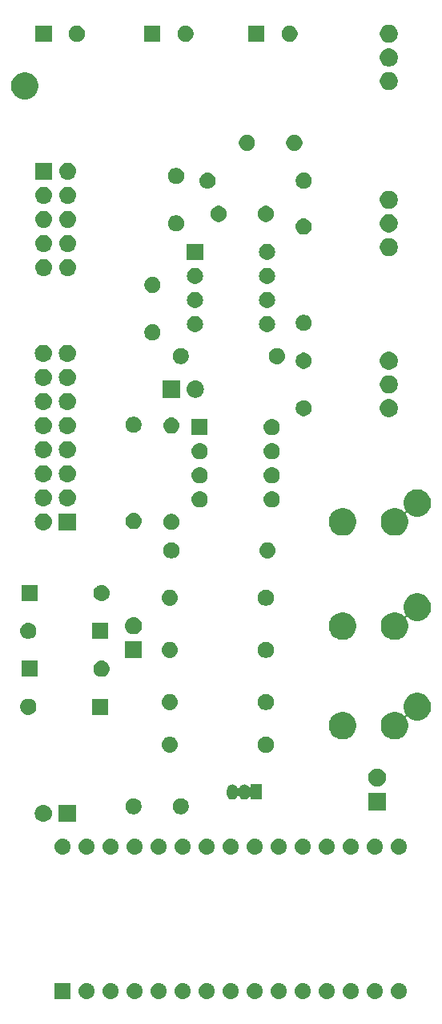
<source format=gbr>
G04 #@! TF.GenerationSoftware,KiCad,Pcbnew,(5.1.2)-1*
G04 #@! TF.CreationDate,2019-10-08T15:51:24-07:00*
G04 #@! TF.ProjectId,sputterizer,73707574-7465-4726-997a-65722e6b6963,rev?*
G04 #@! TF.SameCoordinates,Original*
G04 #@! TF.FileFunction,Soldermask,Bot*
G04 #@! TF.FilePolarity,Negative*
%FSLAX46Y46*%
G04 Gerber Fmt 4.6, Leading zero omitted, Abs format (unit mm)*
G04 Created by KiCad (PCBNEW (5.1.2)-1) date 2019-10-08 15:51:24*
%MOMM*%
%LPD*%
G04 APERTURE LIST*
%ADD10C,0.100000*%
G04 APERTURE END LIST*
D10*
G36*
X91226823Y-172161313D02*
G01*
X91387242Y-172209976D01*
X91519906Y-172280886D01*
X91535078Y-172288996D01*
X91664659Y-172395341D01*
X91771004Y-172524922D01*
X91771005Y-172524924D01*
X91850024Y-172672758D01*
X91898687Y-172833177D01*
X91915117Y-173000000D01*
X91898687Y-173166823D01*
X91850024Y-173327242D01*
X91779114Y-173459906D01*
X91771004Y-173475078D01*
X91664659Y-173604659D01*
X91535078Y-173711004D01*
X91535076Y-173711005D01*
X91387242Y-173790024D01*
X91226823Y-173838687D01*
X91101804Y-173851000D01*
X91018196Y-173851000D01*
X90893177Y-173838687D01*
X90732758Y-173790024D01*
X90584924Y-173711005D01*
X90584922Y-173711004D01*
X90455341Y-173604659D01*
X90348996Y-173475078D01*
X90340886Y-173459906D01*
X90269976Y-173327242D01*
X90221313Y-173166823D01*
X90204883Y-173000000D01*
X90221313Y-172833177D01*
X90269976Y-172672758D01*
X90348995Y-172524924D01*
X90348996Y-172524922D01*
X90455341Y-172395341D01*
X90584922Y-172288996D01*
X90600094Y-172280886D01*
X90732758Y-172209976D01*
X90893177Y-172161313D01*
X91018196Y-172149000D01*
X91101804Y-172149000D01*
X91226823Y-172161313D01*
X91226823Y-172161313D01*
G37*
G36*
X88686823Y-172161313D02*
G01*
X88847242Y-172209976D01*
X88979906Y-172280886D01*
X88995078Y-172288996D01*
X89124659Y-172395341D01*
X89231004Y-172524922D01*
X89231005Y-172524924D01*
X89310024Y-172672758D01*
X89358687Y-172833177D01*
X89375117Y-173000000D01*
X89358687Y-173166823D01*
X89310024Y-173327242D01*
X89239114Y-173459906D01*
X89231004Y-173475078D01*
X89124659Y-173604659D01*
X88995078Y-173711004D01*
X88995076Y-173711005D01*
X88847242Y-173790024D01*
X88686823Y-173838687D01*
X88561804Y-173851000D01*
X88478196Y-173851000D01*
X88353177Y-173838687D01*
X88192758Y-173790024D01*
X88044924Y-173711005D01*
X88044922Y-173711004D01*
X87915341Y-173604659D01*
X87808996Y-173475078D01*
X87800886Y-173459906D01*
X87729976Y-173327242D01*
X87681313Y-173166823D01*
X87664883Y-173000000D01*
X87681313Y-172833177D01*
X87729976Y-172672758D01*
X87808995Y-172524924D01*
X87808996Y-172524922D01*
X87915341Y-172395341D01*
X88044922Y-172288996D01*
X88060094Y-172280886D01*
X88192758Y-172209976D01*
X88353177Y-172161313D01*
X88478196Y-172149000D01*
X88561804Y-172149000D01*
X88686823Y-172161313D01*
X88686823Y-172161313D01*
G37*
G36*
X63286823Y-172161313D02*
G01*
X63447242Y-172209976D01*
X63579906Y-172280886D01*
X63595078Y-172288996D01*
X63724659Y-172395341D01*
X63831004Y-172524922D01*
X63831005Y-172524924D01*
X63910024Y-172672758D01*
X63958687Y-172833177D01*
X63975117Y-173000000D01*
X63958687Y-173166823D01*
X63910024Y-173327242D01*
X63839114Y-173459906D01*
X63831004Y-173475078D01*
X63724659Y-173604659D01*
X63595078Y-173711004D01*
X63595076Y-173711005D01*
X63447242Y-173790024D01*
X63286823Y-173838687D01*
X63161804Y-173851000D01*
X63078196Y-173851000D01*
X62953177Y-173838687D01*
X62792758Y-173790024D01*
X62644924Y-173711005D01*
X62644922Y-173711004D01*
X62515341Y-173604659D01*
X62408996Y-173475078D01*
X62400886Y-173459906D01*
X62329976Y-173327242D01*
X62281313Y-173166823D01*
X62264883Y-173000000D01*
X62281313Y-172833177D01*
X62329976Y-172672758D01*
X62408995Y-172524924D01*
X62408996Y-172524922D01*
X62515341Y-172395341D01*
X62644922Y-172288996D01*
X62660094Y-172280886D01*
X62792758Y-172209976D01*
X62953177Y-172161313D01*
X63078196Y-172149000D01*
X63161804Y-172149000D01*
X63286823Y-172161313D01*
X63286823Y-172161313D01*
G37*
G36*
X65826823Y-172161313D02*
G01*
X65987242Y-172209976D01*
X66119906Y-172280886D01*
X66135078Y-172288996D01*
X66264659Y-172395341D01*
X66371004Y-172524922D01*
X66371005Y-172524924D01*
X66450024Y-172672758D01*
X66498687Y-172833177D01*
X66515117Y-173000000D01*
X66498687Y-173166823D01*
X66450024Y-173327242D01*
X66379114Y-173459906D01*
X66371004Y-173475078D01*
X66264659Y-173604659D01*
X66135078Y-173711004D01*
X66135076Y-173711005D01*
X65987242Y-173790024D01*
X65826823Y-173838687D01*
X65701804Y-173851000D01*
X65618196Y-173851000D01*
X65493177Y-173838687D01*
X65332758Y-173790024D01*
X65184924Y-173711005D01*
X65184922Y-173711004D01*
X65055341Y-173604659D01*
X64948996Y-173475078D01*
X64940886Y-173459906D01*
X64869976Y-173327242D01*
X64821313Y-173166823D01*
X64804883Y-173000000D01*
X64821313Y-172833177D01*
X64869976Y-172672758D01*
X64948995Y-172524924D01*
X64948996Y-172524922D01*
X65055341Y-172395341D01*
X65184922Y-172288996D01*
X65200094Y-172280886D01*
X65332758Y-172209976D01*
X65493177Y-172161313D01*
X65618196Y-172149000D01*
X65701804Y-172149000D01*
X65826823Y-172161313D01*
X65826823Y-172161313D01*
G37*
G36*
X68366823Y-172161313D02*
G01*
X68527242Y-172209976D01*
X68659906Y-172280886D01*
X68675078Y-172288996D01*
X68804659Y-172395341D01*
X68911004Y-172524922D01*
X68911005Y-172524924D01*
X68990024Y-172672758D01*
X69038687Y-172833177D01*
X69055117Y-173000000D01*
X69038687Y-173166823D01*
X68990024Y-173327242D01*
X68919114Y-173459906D01*
X68911004Y-173475078D01*
X68804659Y-173604659D01*
X68675078Y-173711004D01*
X68675076Y-173711005D01*
X68527242Y-173790024D01*
X68366823Y-173838687D01*
X68241804Y-173851000D01*
X68158196Y-173851000D01*
X68033177Y-173838687D01*
X67872758Y-173790024D01*
X67724924Y-173711005D01*
X67724922Y-173711004D01*
X67595341Y-173604659D01*
X67488996Y-173475078D01*
X67480886Y-173459906D01*
X67409976Y-173327242D01*
X67361313Y-173166823D01*
X67344883Y-173000000D01*
X67361313Y-172833177D01*
X67409976Y-172672758D01*
X67488995Y-172524924D01*
X67488996Y-172524922D01*
X67595341Y-172395341D01*
X67724922Y-172288996D01*
X67740094Y-172280886D01*
X67872758Y-172209976D01*
X68033177Y-172161313D01*
X68158196Y-172149000D01*
X68241804Y-172149000D01*
X68366823Y-172161313D01*
X68366823Y-172161313D01*
G37*
G36*
X70906823Y-172161313D02*
G01*
X71067242Y-172209976D01*
X71199906Y-172280886D01*
X71215078Y-172288996D01*
X71344659Y-172395341D01*
X71451004Y-172524922D01*
X71451005Y-172524924D01*
X71530024Y-172672758D01*
X71578687Y-172833177D01*
X71595117Y-173000000D01*
X71578687Y-173166823D01*
X71530024Y-173327242D01*
X71459114Y-173459906D01*
X71451004Y-173475078D01*
X71344659Y-173604659D01*
X71215078Y-173711004D01*
X71215076Y-173711005D01*
X71067242Y-173790024D01*
X70906823Y-173838687D01*
X70781804Y-173851000D01*
X70698196Y-173851000D01*
X70573177Y-173838687D01*
X70412758Y-173790024D01*
X70264924Y-173711005D01*
X70264922Y-173711004D01*
X70135341Y-173604659D01*
X70028996Y-173475078D01*
X70020886Y-173459906D01*
X69949976Y-173327242D01*
X69901313Y-173166823D01*
X69884883Y-173000000D01*
X69901313Y-172833177D01*
X69949976Y-172672758D01*
X70028995Y-172524924D01*
X70028996Y-172524922D01*
X70135341Y-172395341D01*
X70264922Y-172288996D01*
X70280094Y-172280886D01*
X70412758Y-172209976D01*
X70573177Y-172161313D01*
X70698196Y-172149000D01*
X70781804Y-172149000D01*
X70906823Y-172161313D01*
X70906823Y-172161313D01*
G37*
G36*
X73446823Y-172161313D02*
G01*
X73607242Y-172209976D01*
X73739906Y-172280886D01*
X73755078Y-172288996D01*
X73884659Y-172395341D01*
X73991004Y-172524922D01*
X73991005Y-172524924D01*
X74070024Y-172672758D01*
X74118687Y-172833177D01*
X74135117Y-173000000D01*
X74118687Y-173166823D01*
X74070024Y-173327242D01*
X73999114Y-173459906D01*
X73991004Y-173475078D01*
X73884659Y-173604659D01*
X73755078Y-173711004D01*
X73755076Y-173711005D01*
X73607242Y-173790024D01*
X73446823Y-173838687D01*
X73321804Y-173851000D01*
X73238196Y-173851000D01*
X73113177Y-173838687D01*
X72952758Y-173790024D01*
X72804924Y-173711005D01*
X72804922Y-173711004D01*
X72675341Y-173604659D01*
X72568996Y-173475078D01*
X72560886Y-173459906D01*
X72489976Y-173327242D01*
X72441313Y-173166823D01*
X72424883Y-173000000D01*
X72441313Y-172833177D01*
X72489976Y-172672758D01*
X72568995Y-172524924D01*
X72568996Y-172524922D01*
X72675341Y-172395341D01*
X72804922Y-172288996D01*
X72820094Y-172280886D01*
X72952758Y-172209976D01*
X73113177Y-172161313D01*
X73238196Y-172149000D01*
X73321804Y-172149000D01*
X73446823Y-172161313D01*
X73446823Y-172161313D01*
G37*
G36*
X75986823Y-172161313D02*
G01*
X76147242Y-172209976D01*
X76279906Y-172280886D01*
X76295078Y-172288996D01*
X76424659Y-172395341D01*
X76531004Y-172524922D01*
X76531005Y-172524924D01*
X76610024Y-172672758D01*
X76658687Y-172833177D01*
X76675117Y-173000000D01*
X76658687Y-173166823D01*
X76610024Y-173327242D01*
X76539114Y-173459906D01*
X76531004Y-173475078D01*
X76424659Y-173604659D01*
X76295078Y-173711004D01*
X76295076Y-173711005D01*
X76147242Y-173790024D01*
X75986823Y-173838687D01*
X75861804Y-173851000D01*
X75778196Y-173851000D01*
X75653177Y-173838687D01*
X75492758Y-173790024D01*
X75344924Y-173711005D01*
X75344922Y-173711004D01*
X75215341Y-173604659D01*
X75108996Y-173475078D01*
X75100886Y-173459906D01*
X75029976Y-173327242D01*
X74981313Y-173166823D01*
X74964883Y-173000000D01*
X74981313Y-172833177D01*
X75029976Y-172672758D01*
X75108995Y-172524924D01*
X75108996Y-172524922D01*
X75215341Y-172395341D01*
X75344922Y-172288996D01*
X75360094Y-172280886D01*
X75492758Y-172209976D01*
X75653177Y-172161313D01*
X75778196Y-172149000D01*
X75861804Y-172149000D01*
X75986823Y-172161313D01*
X75986823Y-172161313D01*
G37*
G36*
X78526823Y-172161313D02*
G01*
X78687242Y-172209976D01*
X78819906Y-172280886D01*
X78835078Y-172288996D01*
X78964659Y-172395341D01*
X79071004Y-172524922D01*
X79071005Y-172524924D01*
X79150024Y-172672758D01*
X79198687Y-172833177D01*
X79215117Y-173000000D01*
X79198687Y-173166823D01*
X79150024Y-173327242D01*
X79079114Y-173459906D01*
X79071004Y-173475078D01*
X78964659Y-173604659D01*
X78835078Y-173711004D01*
X78835076Y-173711005D01*
X78687242Y-173790024D01*
X78526823Y-173838687D01*
X78401804Y-173851000D01*
X78318196Y-173851000D01*
X78193177Y-173838687D01*
X78032758Y-173790024D01*
X77884924Y-173711005D01*
X77884922Y-173711004D01*
X77755341Y-173604659D01*
X77648996Y-173475078D01*
X77640886Y-173459906D01*
X77569976Y-173327242D01*
X77521313Y-173166823D01*
X77504883Y-173000000D01*
X77521313Y-172833177D01*
X77569976Y-172672758D01*
X77648995Y-172524924D01*
X77648996Y-172524922D01*
X77755341Y-172395341D01*
X77884922Y-172288996D01*
X77900094Y-172280886D01*
X78032758Y-172209976D01*
X78193177Y-172161313D01*
X78318196Y-172149000D01*
X78401804Y-172149000D01*
X78526823Y-172161313D01*
X78526823Y-172161313D01*
G37*
G36*
X81066823Y-172161313D02*
G01*
X81227242Y-172209976D01*
X81359906Y-172280886D01*
X81375078Y-172288996D01*
X81504659Y-172395341D01*
X81611004Y-172524922D01*
X81611005Y-172524924D01*
X81690024Y-172672758D01*
X81738687Y-172833177D01*
X81755117Y-173000000D01*
X81738687Y-173166823D01*
X81690024Y-173327242D01*
X81619114Y-173459906D01*
X81611004Y-173475078D01*
X81504659Y-173604659D01*
X81375078Y-173711004D01*
X81375076Y-173711005D01*
X81227242Y-173790024D01*
X81066823Y-173838687D01*
X80941804Y-173851000D01*
X80858196Y-173851000D01*
X80733177Y-173838687D01*
X80572758Y-173790024D01*
X80424924Y-173711005D01*
X80424922Y-173711004D01*
X80295341Y-173604659D01*
X80188996Y-173475078D01*
X80180886Y-173459906D01*
X80109976Y-173327242D01*
X80061313Y-173166823D01*
X80044883Y-173000000D01*
X80061313Y-172833177D01*
X80109976Y-172672758D01*
X80188995Y-172524924D01*
X80188996Y-172524922D01*
X80295341Y-172395341D01*
X80424922Y-172288996D01*
X80440094Y-172280886D01*
X80572758Y-172209976D01*
X80733177Y-172161313D01*
X80858196Y-172149000D01*
X80941804Y-172149000D01*
X81066823Y-172161313D01*
X81066823Y-172161313D01*
G37*
G36*
X83606823Y-172161313D02*
G01*
X83767242Y-172209976D01*
X83899906Y-172280886D01*
X83915078Y-172288996D01*
X84044659Y-172395341D01*
X84151004Y-172524922D01*
X84151005Y-172524924D01*
X84230024Y-172672758D01*
X84278687Y-172833177D01*
X84295117Y-173000000D01*
X84278687Y-173166823D01*
X84230024Y-173327242D01*
X84159114Y-173459906D01*
X84151004Y-173475078D01*
X84044659Y-173604659D01*
X83915078Y-173711004D01*
X83915076Y-173711005D01*
X83767242Y-173790024D01*
X83606823Y-173838687D01*
X83481804Y-173851000D01*
X83398196Y-173851000D01*
X83273177Y-173838687D01*
X83112758Y-173790024D01*
X82964924Y-173711005D01*
X82964922Y-173711004D01*
X82835341Y-173604659D01*
X82728996Y-173475078D01*
X82720886Y-173459906D01*
X82649976Y-173327242D01*
X82601313Y-173166823D01*
X82584883Y-173000000D01*
X82601313Y-172833177D01*
X82649976Y-172672758D01*
X82728995Y-172524924D01*
X82728996Y-172524922D01*
X82835341Y-172395341D01*
X82964922Y-172288996D01*
X82980094Y-172280886D01*
X83112758Y-172209976D01*
X83273177Y-172161313D01*
X83398196Y-172149000D01*
X83481804Y-172149000D01*
X83606823Y-172161313D01*
X83606823Y-172161313D01*
G37*
G36*
X86146823Y-172161313D02*
G01*
X86307242Y-172209976D01*
X86439906Y-172280886D01*
X86455078Y-172288996D01*
X86584659Y-172395341D01*
X86691004Y-172524922D01*
X86691005Y-172524924D01*
X86770024Y-172672758D01*
X86818687Y-172833177D01*
X86835117Y-173000000D01*
X86818687Y-173166823D01*
X86770024Y-173327242D01*
X86699114Y-173459906D01*
X86691004Y-173475078D01*
X86584659Y-173604659D01*
X86455078Y-173711004D01*
X86455076Y-173711005D01*
X86307242Y-173790024D01*
X86146823Y-173838687D01*
X86021804Y-173851000D01*
X85938196Y-173851000D01*
X85813177Y-173838687D01*
X85652758Y-173790024D01*
X85504924Y-173711005D01*
X85504922Y-173711004D01*
X85375341Y-173604659D01*
X85268996Y-173475078D01*
X85260886Y-173459906D01*
X85189976Y-173327242D01*
X85141313Y-173166823D01*
X85124883Y-173000000D01*
X85141313Y-172833177D01*
X85189976Y-172672758D01*
X85268995Y-172524924D01*
X85268996Y-172524922D01*
X85375341Y-172395341D01*
X85504922Y-172288996D01*
X85520094Y-172280886D01*
X85652758Y-172209976D01*
X85813177Y-172161313D01*
X85938196Y-172149000D01*
X86021804Y-172149000D01*
X86146823Y-172161313D01*
X86146823Y-172161313D01*
G37*
G36*
X60746823Y-172161313D02*
G01*
X60907242Y-172209976D01*
X61039906Y-172280886D01*
X61055078Y-172288996D01*
X61184659Y-172395341D01*
X61291004Y-172524922D01*
X61291005Y-172524924D01*
X61370024Y-172672758D01*
X61418687Y-172833177D01*
X61435117Y-173000000D01*
X61418687Y-173166823D01*
X61370024Y-173327242D01*
X61299114Y-173459906D01*
X61291004Y-173475078D01*
X61184659Y-173604659D01*
X61055078Y-173711004D01*
X61055076Y-173711005D01*
X60907242Y-173790024D01*
X60746823Y-173838687D01*
X60621804Y-173851000D01*
X60538196Y-173851000D01*
X60413177Y-173838687D01*
X60252758Y-173790024D01*
X60104924Y-173711005D01*
X60104922Y-173711004D01*
X59975341Y-173604659D01*
X59868996Y-173475078D01*
X59860886Y-173459906D01*
X59789976Y-173327242D01*
X59741313Y-173166823D01*
X59724883Y-173000000D01*
X59741313Y-172833177D01*
X59789976Y-172672758D01*
X59868995Y-172524924D01*
X59868996Y-172524922D01*
X59975341Y-172395341D01*
X60104922Y-172288996D01*
X60120094Y-172280886D01*
X60252758Y-172209976D01*
X60413177Y-172161313D01*
X60538196Y-172149000D01*
X60621804Y-172149000D01*
X60746823Y-172161313D01*
X60746823Y-172161313D01*
G37*
G36*
X58206823Y-172161313D02*
G01*
X58367242Y-172209976D01*
X58499906Y-172280886D01*
X58515078Y-172288996D01*
X58644659Y-172395341D01*
X58751004Y-172524922D01*
X58751005Y-172524924D01*
X58830024Y-172672758D01*
X58878687Y-172833177D01*
X58895117Y-173000000D01*
X58878687Y-173166823D01*
X58830024Y-173327242D01*
X58759114Y-173459906D01*
X58751004Y-173475078D01*
X58644659Y-173604659D01*
X58515078Y-173711004D01*
X58515076Y-173711005D01*
X58367242Y-173790024D01*
X58206823Y-173838687D01*
X58081804Y-173851000D01*
X57998196Y-173851000D01*
X57873177Y-173838687D01*
X57712758Y-173790024D01*
X57564924Y-173711005D01*
X57564922Y-173711004D01*
X57435341Y-173604659D01*
X57328996Y-173475078D01*
X57320886Y-173459906D01*
X57249976Y-173327242D01*
X57201313Y-173166823D01*
X57184883Y-173000000D01*
X57201313Y-172833177D01*
X57249976Y-172672758D01*
X57328995Y-172524924D01*
X57328996Y-172524922D01*
X57435341Y-172395341D01*
X57564922Y-172288996D01*
X57580094Y-172280886D01*
X57712758Y-172209976D01*
X57873177Y-172161313D01*
X57998196Y-172149000D01*
X58081804Y-172149000D01*
X58206823Y-172161313D01*
X58206823Y-172161313D01*
G37*
G36*
X56351000Y-173851000D02*
G01*
X54649000Y-173851000D01*
X54649000Y-172149000D01*
X56351000Y-172149000D01*
X56351000Y-173851000D01*
X56351000Y-173851000D01*
G37*
G36*
X81066823Y-156921313D02*
G01*
X81227242Y-156969976D01*
X81359906Y-157040886D01*
X81375078Y-157048996D01*
X81504659Y-157155341D01*
X81611004Y-157284922D01*
X81611005Y-157284924D01*
X81690024Y-157432758D01*
X81738687Y-157593177D01*
X81755117Y-157760000D01*
X81738687Y-157926823D01*
X81690024Y-158087242D01*
X81619114Y-158219906D01*
X81611004Y-158235078D01*
X81504659Y-158364659D01*
X81375078Y-158471004D01*
X81375076Y-158471005D01*
X81227242Y-158550024D01*
X81066823Y-158598687D01*
X80941804Y-158611000D01*
X80858196Y-158611000D01*
X80733177Y-158598687D01*
X80572758Y-158550024D01*
X80424924Y-158471005D01*
X80424922Y-158471004D01*
X80295341Y-158364659D01*
X80188996Y-158235078D01*
X80180886Y-158219906D01*
X80109976Y-158087242D01*
X80061313Y-157926823D01*
X80044883Y-157760000D01*
X80061313Y-157593177D01*
X80109976Y-157432758D01*
X80188995Y-157284924D01*
X80188996Y-157284922D01*
X80295341Y-157155341D01*
X80424922Y-157048996D01*
X80440094Y-157040886D01*
X80572758Y-156969976D01*
X80733177Y-156921313D01*
X80858196Y-156909000D01*
X80941804Y-156909000D01*
X81066823Y-156921313D01*
X81066823Y-156921313D01*
G37*
G36*
X78526823Y-156921313D02*
G01*
X78687242Y-156969976D01*
X78819906Y-157040886D01*
X78835078Y-157048996D01*
X78964659Y-157155341D01*
X79071004Y-157284922D01*
X79071005Y-157284924D01*
X79150024Y-157432758D01*
X79198687Y-157593177D01*
X79215117Y-157760000D01*
X79198687Y-157926823D01*
X79150024Y-158087242D01*
X79079114Y-158219906D01*
X79071004Y-158235078D01*
X78964659Y-158364659D01*
X78835078Y-158471004D01*
X78835076Y-158471005D01*
X78687242Y-158550024D01*
X78526823Y-158598687D01*
X78401804Y-158611000D01*
X78318196Y-158611000D01*
X78193177Y-158598687D01*
X78032758Y-158550024D01*
X77884924Y-158471005D01*
X77884922Y-158471004D01*
X77755341Y-158364659D01*
X77648996Y-158235078D01*
X77640886Y-158219906D01*
X77569976Y-158087242D01*
X77521313Y-157926823D01*
X77504883Y-157760000D01*
X77521313Y-157593177D01*
X77569976Y-157432758D01*
X77648995Y-157284924D01*
X77648996Y-157284922D01*
X77755341Y-157155341D01*
X77884922Y-157048996D01*
X77900094Y-157040886D01*
X78032758Y-156969976D01*
X78193177Y-156921313D01*
X78318196Y-156909000D01*
X78401804Y-156909000D01*
X78526823Y-156921313D01*
X78526823Y-156921313D01*
G37*
G36*
X75986823Y-156921313D02*
G01*
X76147242Y-156969976D01*
X76279906Y-157040886D01*
X76295078Y-157048996D01*
X76424659Y-157155341D01*
X76531004Y-157284922D01*
X76531005Y-157284924D01*
X76610024Y-157432758D01*
X76658687Y-157593177D01*
X76675117Y-157760000D01*
X76658687Y-157926823D01*
X76610024Y-158087242D01*
X76539114Y-158219906D01*
X76531004Y-158235078D01*
X76424659Y-158364659D01*
X76295078Y-158471004D01*
X76295076Y-158471005D01*
X76147242Y-158550024D01*
X75986823Y-158598687D01*
X75861804Y-158611000D01*
X75778196Y-158611000D01*
X75653177Y-158598687D01*
X75492758Y-158550024D01*
X75344924Y-158471005D01*
X75344922Y-158471004D01*
X75215341Y-158364659D01*
X75108996Y-158235078D01*
X75100886Y-158219906D01*
X75029976Y-158087242D01*
X74981313Y-157926823D01*
X74964883Y-157760000D01*
X74981313Y-157593177D01*
X75029976Y-157432758D01*
X75108995Y-157284924D01*
X75108996Y-157284922D01*
X75215341Y-157155341D01*
X75344922Y-157048996D01*
X75360094Y-157040886D01*
X75492758Y-156969976D01*
X75653177Y-156921313D01*
X75778196Y-156909000D01*
X75861804Y-156909000D01*
X75986823Y-156921313D01*
X75986823Y-156921313D01*
G37*
G36*
X73446823Y-156921313D02*
G01*
X73607242Y-156969976D01*
X73739906Y-157040886D01*
X73755078Y-157048996D01*
X73884659Y-157155341D01*
X73991004Y-157284922D01*
X73991005Y-157284924D01*
X74070024Y-157432758D01*
X74118687Y-157593177D01*
X74135117Y-157760000D01*
X74118687Y-157926823D01*
X74070024Y-158087242D01*
X73999114Y-158219906D01*
X73991004Y-158235078D01*
X73884659Y-158364659D01*
X73755078Y-158471004D01*
X73755076Y-158471005D01*
X73607242Y-158550024D01*
X73446823Y-158598687D01*
X73321804Y-158611000D01*
X73238196Y-158611000D01*
X73113177Y-158598687D01*
X72952758Y-158550024D01*
X72804924Y-158471005D01*
X72804922Y-158471004D01*
X72675341Y-158364659D01*
X72568996Y-158235078D01*
X72560886Y-158219906D01*
X72489976Y-158087242D01*
X72441313Y-157926823D01*
X72424883Y-157760000D01*
X72441313Y-157593177D01*
X72489976Y-157432758D01*
X72568995Y-157284924D01*
X72568996Y-157284922D01*
X72675341Y-157155341D01*
X72804922Y-157048996D01*
X72820094Y-157040886D01*
X72952758Y-156969976D01*
X73113177Y-156921313D01*
X73238196Y-156909000D01*
X73321804Y-156909000D01*
X73446823Y-156921313D01*
X73446823Y-156921313D01*
G37*
G36*
X70906823Y-156921313D02*
G01*
X71067242Y-156969976D01*
X71199906Y-157040886D01*
X71215078Y-157048996D01*
X71344659Y-157155341D01*
X71451004Y-157284922D01*
X71451005Y-157284924D01*
X71530024Y-157432758D01*
X71578687Y-157593177D01*
X71595117Y-157760000D01*
X71578687Y-157926823D01*
X71530024Y-158087242D01*
X71459114Y-158219906D01*
X71451004Y-158235078D01*
X71344659Y-158364659D01*
X71215078Y-158471004D01*
X71215076Y-158471005D01*
X71067242Y-158550024D01*
X70906823Y-158598687D01*
X70781804Y-158611000D01*
X70698196Y-158611000D01*
X70573177Y-158598687D01*
X70412758Y-158550024D01*
X70264924Y-158471005D01*
X70264922Y-158471004D01*
X70135341Y-158364659D01*
X70028996Y-158235078D01*
X70020886Y-158219906D01*
X69949976Y-158087242D01*
X69901313Y-157926823D01*
X69884883Y-157760000D01*
X69901313Y-157593177D01*
X69949976Y-157432758D01*
X70028995Y-157284924D01*
X70028996Y-157284922D01*
X70135341Y-157155341D01*
X70264922Y-157048996D01*
X70280094Y-157040886D01*
X70412758Y-156969976D01*
X70573177Y-156921313D01*
X70698196Y-156909000D01*
X70781804Y-156909000D01*
X70906823Y-156921313D01*
X70906823Y-156921313D01*
G37*
G36*
X68366823Y-156921313D02*
G01*
X68527242Y-156969976D01*
X68659906Y-157040886D01*
X68675078Y-157048996D01*
X68804659Y-157155341D01*
X68911004Y-157284922D01*
X68911005Y-157284924D01*
X68990024Y-157432758D01*
X69038687Y-157593177D01*
X69055117Y-157760000D01*
X69038687Y-157926823D01*
X68990024Y-158087242D01*
X68919114Y-158219906D01*
X68911004Y-158235078D01*
X68804659Y-158364659D01*
X68675078Y-158471004D01*
X68675076Y-158471005D01*
X68527242Y-158550024D01*
X68366823Y-158598687D01*
X68241804Y-158611000D01*
X68158196Y-158611000D01*
X68033177Y-158598687D01*
X67872758Y-158550024D01*
X67724924Y-158471005D01*
X67724922Y-158471004D01*
X67595341Y-158364659D01*
X67488996Y-158235078D01*
X67480886Y-158219906D01*
X67409976Y-158087242D01*
X67361313Y-157926823D01*
X67344883Y-157760000D01*
X67361313Y-157593177D01*
X67409976Y-157432758D01*
X67488995Y-157284924D01*
X67488996Y-157284922D01*
X67595341Y-157155341D01*
X67724922Y-157048996D01*
X67740094Y-157040886D01*
X67872758Y-156969976D01*
X68033177Y-156921313D01*
X68158196Y-156909000D01*
X68241804Y-156909000D01*
X68366823Y-156921313D01*
X68366823Y-156921313D01*
G37*
G36*
X65826823Y-156921313D02*
G01*
X65987242Y-156969976D01*
X66119906Y-157040886D01*
X66135078Y-157048996D01*
X66264659Y-157155341D01*
X66371004Y-157284922D01*
X66371005Y-157284924D01*
X66450024Y-157432758D01*
X66498687Y-157593177D01*
X66515117Y-157760000D01*
X66498687Y-157926823D01*
X66450024Y-158087242D01*
X66379114Y-158219906D01*
X66371004Y-158235078D01*
X66264659Y-158364659D01*
X66135078Y-158471004D01*
X66135076Y-158471005D01*
X65987242Y-158550024D01*
X65826823Y-158598687D01*
X65701804Y-158611000D01*
X65618196Y-158611000D01*
X65493177Y-158598687D01*
X65332758Y-158550024D01*
X65184924Y-158471005D01*
X65184922Y-158471004D01*
X65055341Y-158364659D01*
X64948996Y-158235078D01*
X64940886Y-158219906D01*
X64869976Y-158087242D01*
X64821313Y-157926823D01*
X64804883Y-157760000D01*
X64821313Y-157593177D01*
X64869976Y-157432758D01*
X64948995Y-157284924D01*
X64948996Y-157284922D01*
X65055341Y-157155341D01*
X65184922Y-157048996D01*
X65200094Y-157040886D01*
X65332758Y-156969976D01*
X65493177Y-156921313D01*
X65618196Y-156909000D01*
X65701804Y-156909000D01*
X65826823Y-156921313D01*
X65826823Y-156921313D01*
G37*
G36*
X63286823Y-156921313D02*
G01*
X63447242Y-156969976D01*
X63579906Y-157040886D01*
X63595078Y-157048996D01*
X63724659Y-157155341D01*
X63831004Y-157284922D01*
X63831005Y-157284924D01*
X63910024Y-157432758D01*
X63958687Y-157593177D01*
X63975117Y-157760000D01*
X63958687Y-157926823D01*
X63910024Y-158087242D01*
X63839114Y-158219906D01*
X63831004Y-158235078D01*
X63724659Y-158364659D01*
X63595078Y-158471004D01*
X63595076Y-158471005D01*
X63447242Y-158550024D01*
X63286823Y-158598687D01*
X63161804Y-158611000D01*
X63078196Y-158611000D01*
X62953177Y-158598687D01*
X62792758Y-158550024D01*
X62644924Y-158471005D01*
X62644922Y-158471004D01*
X62515341Y-158364659D01*
X62408996Y-158235078D01*
X62400886Y-158219906D01*
X62329976Y-158087242D01*
X62281313Y-157926823D01*
X62264883Y-157760000D01*
X62281313Y-157593177D01*
X62329976Y-157432758D01*
X62408995Y-157284924D01*
X62408996Y-157284922D01*
X62515341Y-157155341D01*
X62644922Y-157048996D01*
X62660094Y-157040886D01*
X62792758Y-156969976D01*
X62953177Y-156921313D01*
X63078196Y-156909000D01*
X63161804Y-156909000D01*
X63286823Y-156921313D01*
X63286823Y-156921313D01*
G37*
G36*
X60746823Y-156921313D02*
G01*
X60907242Y-156969976D01*
X61039906Y-157040886D01*
X61055078Y-157048996D01*
X61184659Y-157155341D01*
X61291004Y-157284922D01*
X61291005Y-157284924D01*
X61370024Y-157432758D01*
X61418687Y-157593177D01*
X61435117Y-157760000D01*
X61418687Y-157926823D01*
X61370024Y-158087242D01*
X61299114Y-158219906D01*
X61291004Y-158235078D01*
X61184659Y-158364659D01*
X61055078Y-158471004D01*
X61055076Y-158471005D01*
X60907242Y-158550024D01*
X60746823Y-158598687D01*
X60621804Y-158611000D01*
X60538196Y-158611000D01*
X60413177Y-158598687D01*
X60252758Y-158550024D01*
X60104924Y-158471005D01*
X60104922Y-158471004D01*
X59975341Y-158364659D01*
X59868996Y-158235078D01*
X59860886Y-158219906D01*
X59789976Y-158087242D01*
X59741313Y-157926823D01*
X59724883Y-157760000D01*
X59741313Y-157593177D01*
X59789976Y-157432758D01*
X59868995Y-157284924D01*
X59868996Y-157284922D01*
X59975341Y-157155341D01*
X60104922Y-157048996D01*
X60120094Y-157040886D01*
X60252758Y-156969976D01*
X60413177Y-156921313D01*
X60538196Y-156909000D01*
X60621804Y-156909000D01*
X60746823Y-156921313D01*
X60746823Y-156921313D01*
G37*
G36*
X58206823Y-156921313D02*
G01*
X58367242Y-156969976D01*
X58499906Y-157040886D01*
X58515078Y-157048996D01*
X58644659Y-157155341D01*
X58751004Y-157284922D01*
X58751005Y-157284924D01*
X58830024Y-157432758D01*
X58878687Y-157593177D01*
X58895117Y-157760000D01*
X58878687Y-157926823D01*
X58830024Y-158087242D01*
X58759114Y-158219906D01*
X58751004Y-158235078D01*
X58644659Y-158364659D01*
X58515078Y-158471004D01*
X58515076Y-158471005D01*
X58367242Y-158550024D01*
X58206823Y-158598687D01*
X58081804Y-158611000D01*
X57998196Y-158611000D01*
X57873177Y-158598687D01*
X57712758Y-158550024D01*
X57564924Y-158471005D01*
X57564922Y-158471004D01*
X57435341Y-158364659D01*
X57328996Y-158235078D01*
X57320886Y-158219906D01*
X57249976Y-158087242D01*
X57201313Y-157926823D01*
X57184883Y-157760000D01*
X57201313Y-157593177D01*
X57249976Y-157432758D01*
X57328995Y-157284924D01*
X57328996Y-157284922D01*
X57435341Y-157155341D01*
X57564922Y-157048996D01*
X57580094Y-157040886D01*
X57712758Y-156969976D01*
X57873177Y-156921313D01*
X57998196Y-156909000D01*
X58081804Y-156909000D01*
X58206823Y-156921313D01*
X58206823Y-156921313D01*
G37*
G36*
X83606823Y-156921313D02*
G01*
X83767242Y-156969976D01*
X83899906Y-157040886D01*
X83915078Y-157048996D01*
X84044659Y-157155341D01*
X84151004Y-157284922D01*
X84151005Y-157284924D01*
X84230024Y-157432758D01*
X84278687Y-157593177D01*
X84295117Y-157760000D01*
X84278687Y-157926823D01*
X84230024Y-158087242D01*
X84159114Y-158219906D01*
X84151004Y-158235078D01*
X84044659Y-158364659D01*
X83915078Y-158471004D01*
X83915076Y-158471005D01*
X83767242Y-158550024D01*
X83606823Y-158598687D01*
X83481804Y-158611000D01*
X83398196Y-158611000D01*
X83273177Y-158598687D01*
X83112758Y-158550024D01*
X82964924Y-158471005D01*
X82964922Y-158471004D01*
X82835341Y-158364659D01*
X82728996Y-158235078D01*
X82720886Y-158219906D01*
X82649976Y-158087242D01*
X82601313Y-157926823D01*
X82584883Y-157760000D01*
X82601313Y-157593177D01*
X82649976Y-157432758D01*
X82728995Y-157284924D01*
X82728996Y-157284922D01*
X82835341Y-157155341D01*
X82964922Y-157048996D01*
X82980094Y-157040886D01*
X83112758Y-156969976D01*
X83273177Y-156921313D01*
X83398196Y-156909000D01*
X83481804Y-156909000D01*
X83606823Y-156921313D01*
X83606823Y-156921313D01*
G37*
G36*
X55666823Y-156921313D02*
G01*
X55827242Y-156969976D01*
X55959906Y-157040886D01*
X55975078Y-157048996D01*
X56104659Y-157155341D01*
X56211004Y-157284922D01*
X56211005Y-157284924D01*
X56290024Y-157432758D01*
X56338687Y-157593177D01*
X56355117Y-157760000D01*
X56338687Y-157926823D01*
X56290024Y-158087242D01*
X56219114Y-158219906D01*
X56211004Y-158235078D01*
X56104659Y-158364659D01*
X55975078Y-158471004D01*
X55975076Y-158471005D01*
X55827242Y-158550024D01*
X55666823Y-158598687D01*
X55541804Y-158611000D01*
X55458196Y-158611000D01*
X55333177Y-158598687D01*
X55172758Y-158550024D01*
X55024924Y-158471005D01*
X55024922Y-158471004D01*
X54895341Y-158364659D01*
X54788996Y-158235078D01*
X54780886Y-158219906D01*
X54709976Y-158087242D01*
X54661313Y-157926823D01*
X54644883Y-157760000D01*
X54661313Y-157593177D01*
X54709976Y-157432758D01*
X54788995Y-157284924D01*
X54788996Y-157284922D01*
X54895341Y-157155341D01*
X55024922Y-157048996D01*
X55040094Y-157040886D01*
X55172758Y-156969976D01*
X55333177Y-156921313D01*
X55458196Y-156909000D01*
X55541804Y-156909000D01*
X55666823Y-156921313D01*
X55666823Y-156921313D01*
G37*
G36*
X91226823Y-156921313D02*
G01*
X91387242Y-156969976D01*
X91519906Y-157040886D01*
X91535078Y-157048996D01*
X91664659Y-157155341D01*
X91771004Y-157284922D01*
X91771005Y-157284924D01*
X91850024Y-157432758D01*
X91898687Y-157593177D01*
X91915117Y-157760000D01*
X91898687Y-157926823D01*
X91850024Y-158087242D01*
X91779114Y-158219906D01*
X91771004Y-158235078D01*
X91664659Y-158364659D01*
X91535078Y-158471004D01*
X91535076Y-158471005D01*
X91387242Y-158550024D01*
X91226823Y-158598687D01*
X91101804Y-158611000D01*
X91018196Y-158611000D01*
X90893177Y-158598687D01*
X90732758Y-158550024D01*
X90584924Y-158471005D01*
X90584922Y-158471004D01*
X90455341Y-158364659D01*
X90348996Y-158235078D01*
X90340886Y-158219906D01*
X90269976Y-158087242D01*
X90221313Y-157926823D01*
X90204883Y-157760000D01*
X90221313Y-157593177D01*
X90269976Y-157432758D01*
X90348995Y-157284924D01*
X90348996Y-157284922D01*
X90455341Y-157155341D01*
X90584922Y-157048996D01*
X90600094Y-157040886D01*
X90732758Y-156969976D01*
X90893177Y-156921313D01*
X91018196Y-156909000D01*
X91101804Y-156909000D01*
X91226823Y-156921313D01*
X91226823Y-156921313D01*
G37*
G36*
X88686823Y-156921313D02*
G01*
X88847242Y-156969976D01*
X88979906Y-157040886D01*
X88995078Y-157048996D01*
X89124659Y-157155341D01*
X89231004Y-157284922D01*
X89231005Y-157284924D01*
X89310024Y-157432758D01*
X89358687Y-157593177D01*
X89375117Y-157760000D01*
X89358687Y-157926823D01*
X89310024Y-158087242D01*
X89239114Y-158219906D01*
X89231004Y-158235078D01*
X89124659Y-158364659D01*
X88995078Y-158471004D01*
X88995076Y-158471005D01*
X88847242Y-158550024D01*
X88686823Y-158598687D01*
X88561804Y-158611000D01*
X88478196Y-158611000D01*
X88353177Y-158598687D01*
X88192758Y-158550024D01*
X88044924Y-158471005D01*
X88044922Y-158471004D01*
X87915341Y-158364659D01*
X87808996Y-158235078D01*
X87800886Y-158219906D01*
X87729976Y-158087242D01*
X87681313Y-157926823D01*
X87664883Y-157760000D01*
X87681313Y-157593177D01*
X87729976Y-157432758D01*
X87808995Y-157284924D01*
X87808996Y-157284922D01*
X87915341Y-157155341D01*
X88044922Y-157048996D01*
X88060094Y-157040886D01*
X88192758Y-156969976D01*
X88353177Y-156921313D01*
X88478196Y-156909000D01*
X88561804Y-156909000D01*
X88686823Y-156921313D01*
X88686823Y-156921313D01*
G37*
G36*
X86146823Y-156921313D02*
G01*
X86307242Y-156969976D01*
X86439906Y-157040886D01*
X86455078Y-157048996D01*
X86584659Y-157155341D01*
X86691004Y-157284922D01*
X86691005Y-157284924D01*
X86770024Y-157432758D01*
X86818687Y-157593177D01*
X86835117Y-157760000D01*
X86818687Y-157926823D01*
X86770024Y-158087242D01*
X86699114Y-158219906D01*
X86691004Y-158235078D01*
X86584659Y-158364659D01*
X86455078Y-158471004D01*
X86455076Y-158471005D01*
X86307242Y-158550024D01*
X86146823Y-158598687D01*
X86021804Y-158611000D01*
X85938196Y-158611000D01*
X85813177Y-158598687D01*
X85652758Y-158550024D01*
X85504924Y-158471005D01*
X85504922Y-158471004D01*
X85375341Y-158364659D01*
X85268996Y-158235078D01*
X85260886Y-158219906D01*
X85189976Y-158087242D01*
X85141313Y-157926823D01*
X85124883Y-157760000D01*
X85141313Y-157593177D01*
X85189976Y-157432758D01*
X85268995Y-157284924D01*
X85268996Y-157284922D01*
X85375341Y-157155341D01*
X85504922Y-157048996D01*
X85520094Y-157040886D01*
X85652758Y-156969976D01*
X85813177Y-156921313D01*
X85938196Y-156909000D01*
X86021804Y-156909000D01*
X86146823Y-156921313D01*
X86146823Y-156921313D01*
G37*
G36*
X53570443Y-153355519D02*
G01*
X53636627Y-153362037D01*
X53806466Y-153413557D01*
X53962991Y-153497222D01*
X53998729Y-153526552D01*
X54100186Y-153609814D01*
X54183448Y-153711271D01*
X54212778Y-153747009D01*
X54296443Y-153903534D01*
X54347963Y-154073373D01*
X54365359Y-154250000D01*
X54347963Y-154426627D01*
X54296443Y-154596466D01*
X54212778Y-154752991D01*
X54183448Y-154788729D01*
X54100186Y-154890186D01*
X53998729Y-154973448D01*
X53962991Y-155002778D01*
X53806466Y-155086443D01*
X53636627Y-155137963D01*
X53570442Y-155144482D01*
X53504260Y-155151000D01*
X53415740Y-155151000D01*
X53349558Y-155144482D01*
X53283373Y-155137963D01*
X53113534Y-155086443D01*
X52957009Y-155002778D01*
X52921271Y-154973448D01*
X52819814Y-154890186D01*
X52736552Y-154788729D01*
X52707222Y-154752991D01*
X52623557Y-154596466D01*
X52572037Y-154426627D01*
X52554641Y-154250000D01*
X52572037Y-154073373D01*
X52623557Y-153903534D01*
X52707222Y-153747009D01*
X52736552Y-153711271D01*
X52819814Y-153609814D01*
X52921271Y-153526552D01*
X52957009Y-153497222D01*
X53113534Y-153413557D01*
X53283373Y-153362037D01*
X53349557Y-153355519D01*
X53415740Y-153349000D01*
X53504260Y-153349000D01*
X53570443Y-153355519D01*
X53570443Y-153355519D01*
G37*
G36*
X56901000Y-155151000D02*
G01*
X55099000Y-155151000D01*
X55099000Y-153349000D01*
X56901000Y-153349000D01*
X56901000Y-155151000D01*
X56901000Y-155151000D01*
G37*
G36*
X68248228Y-152681703D02*
G01*
X68403100Y-152745853D01*
X68542481Y-152838985D01*
X68661015Y-152957519D01*
X68754147Y-153096900D01*
X68818297Y-153251772D01*
X68851000Y-153416184D01*
X68851000Y-153583816D01*
X68818297Y-153748228D01*
X68754147Y-153903100D01*
X68661015Y-154042481D01*
X68542481Y-154161015D01*
X68403100Y-154254147D01*
X68248228Y-154318297D01*
X68083816Y-154351000D01*
X67916184Y-154351000D01*
X67751772Y-154318297D01*
X67596900Y-154254147D01*
X67457519Y-154161015D01*
X67338985Y-154042481D01*
X67245853Y-153903100D01*
X67181703Y-153748228D01*
X67149000Y-153583816D01*
X67149000Y-153416184D01*
X67181703Y-153251772D01*
X67245853Y-153096900D01*
X67338985Y-152957519D01*
X67457519Y-152838985D01*
X67596900Y-152745853D01*
X67751772Y-152681703D01*
X67916184Y-152649000D01*
X68083816Y-152649000D01*
X68248228Y-152681703D01*
X68248228Y-152681703D01*
G37*
G36*
X63248228Y-152681703D02*
G01*
X63403100Y-152745853D01*
X63542481Y-152838985D01*
X63661015Y-152957519D01*
X63754147Y-153096900D01*
X63818297Y-153251772D01*
X63851000Y-153416184D01*
X63851000Y-153583816D01*
X63818297Y-153748228D01*
X63754147Y-153903100D01*
X63661015Y-154042481D01*
X63542481Y-154161015D01*
X63403100Y-154254147D01*
X63248228Y-154318297D01*
X63083816Y-154351000D01*
X62916184Y-154351000D01*
X62751772Y-154318297D01*
X62596900Y-154254147D01*
X62457519Y-154161015D01*
X62338985Y-154042481D01*
X62245853Y-153903100D01*
X62181703Y-153748228D01*
X62149000Y-153583816D01*
X62149000Y-153416184D01*
X62181703Y-153251772D01*
X62245853Y-153096900D01*
X62338985Y-152957519D01*
X62457519Y-152838985D01*
X62596900Y-152745853D01*
X62751772Y-152681703D01*
X62916184Y-152649000D01*
X63083816Y-152649000D01*
X63248228Y-152681703D01*
X63248228Y-152681703D01*
G37*
G36*
X89701000Y-153951000D02*
G01*
X87799000Y-153951000D01*
X87799000Y-152049000D01*
X89701000Y-152049000D01*
X89701000Y-153951000D01*
X89701000Y-153951000D01*
G37*
G36*
X74842916Y-151207334D02*
G01*
X74951492Y-151240271D01*
X74951495Y-151240272D01*
X74987601Y-151259571D01*
X75051557Y-151293756D01*
X75139264Y-151365736D01*
X75202383Y-151442646D01*
X75219702Y-151459965D01*
X75240077Y-151473579D01*
X75262716Y-151482957D01*
X75286749Y-151487737D01*
X75311253Y-151487737D01*
X75335286Y-151482957D01*
X75357925Y-151473579D01*
X75378299Y-151459966D01*
X75395626Y-151442639D01*
X75409240Y-151422264D01*
X75418618Y-151399625D01*
X75423398Y-151375592D01*
X75424000Y-151363340D01*
X75424000Y-151199000D01*
X76576000Y-151199000D01*
X76576000Y-152801000D01*
X75424000Y-152801000D01*
X75424000Y-152636660D01*
X75421598Y-152612274D01*
X75414485Y-152588825D01*
X75402934Y-152567214D01*
X75387389Y-152548272D01*
X75368447Y-152532727D01*
X75346836Y-152521176D01*
X75323387Y-152514063D01*
X75299001Y-152511661D01*
X75274615Y-152514063D01*
X75251166Y-152521176D01*
X75229555Y-152532727D01*
X75202381Y-152557356D01*
X75139264Y-152634264D01*
X75051556Y-152706244D01*
X74987600Y-152740429D01*
X74951494Y-152759728D01*
X74951491Y-152759729D01*
X74842915Y-152792666D01*
X74730000Y-152803787D01*
X74617084Y-152792666D01*
X74508508Y-152759729D01*
X74508505Y-152759728D01*
X74472399Y-152740429D01*
X74408443Y-152706244D01*
X74320736Y-152634264D01*
X74248756Y-152546556D01*
X74205239Y-152465140D01*
X74191625Y-152444766D01*
X74174298Y-152427439D01*
X74153924Y-152413825D01*
X74131285Y-152404448D01*
X74107251Y-152399668D01*
X74082747Y-152399668D01*
X74058714Y-152404449D01*
X74036075Y-152413826D01*
X74015701Y-152427440D01*
X73998374Y-152444767D01*
X73984762Y-152465140D01*
X73941244Y-152546557D01*
X73869264Y-152634264D01*
X73781556Y-152706244D01*
X73717600Y-152740429D01*
X73681494Y-152759728D01*
X73681491Y-152759729D01*
X73572915Y-152792666D01*
X73460000Y-152803787D01*
X73347084Y-152792666D01*
X73238508Y-152759729D01*
X73238505Y-152759728D01*
X73202399Y-152740429D01*
X73138443Y-152706244D01*
X73050736Y-152634264D01*
X72978756Y-152546556D01*
X72935239Y-152465140D01*
X72925272Y-152446494D01*
X72919492Y-152427440D01*
X72892334Y-152337915D01*
X72884000Y-152253297D01*
X72884000Y-151746702D01*
X72892334Y-151662084D01*
X72925271Y-151553508D01*
X72925272Y-151553505D01*
X72978756Y-151453445D01*
X72978757Y-151453443D01*
X73050737Y-151365736D01*
X73138444Y-151293756D01*
X73202400Y-151259571D01*
X73238506Y-151240272D01*
X73238509Y-151240271D01*
X73347085Y-151207334D01*
X73460000Y-151196213D01*
X73572916Y-151207334D01*
X73681492Y-151240271D01*
X73681495Y-151240272D01*
X73717601Y-151259571D01*
X73781557Y-151293756D01*
X73869264Y-151365736D01*
X73941244Y-151453443D01*
X73957019Y-151482957D01*
X73984761Y-151534859D01*
X73998375Y-151555234D01*
X74015702Y-151572561D01*
X74036076Y-151586174D01*
X74058715Y-151595552D01*
X74082748Y-151600332D01*
X74107252Y-151600332D01*
X74131285Y-151595552D01*
X74153924Y-151586174D01*
X74174299Y-151572560D01*
X74191626Y-151555233D01*
X74205239Y-151534859D01*
X74248756Y-151453445D01*
X74248757Y-151453443D01*
X74320737Y-151365736D01*
X74408444Y-151293756D01*
X74472400Y-151259571D01*
X74508506Y-151240272D01*
X74508509Y-151240271D01*
X74617085Y-151207334D01*
X74730000Y-151196213D01*
X74842916Y-151207334D01*
X74842916Y-151207334D01*
G37*
G36*
X89027395Y-149545546D02*
G01*
X89200466Y-149617234D01*
X89200467Y-149617235D01*
X89356227Y-149721310D01*
X89488690Y-149853773D01*
X89488691Y-149853775D01*
X89592766Y-150009534D01*
X89664454Y-150182605D01*
X89701000Y-150366333D01*
X89701000Y-150553667D01*
X89664454Y-150737395D01*
X89592766Y-150910466D01*
X89592765Y-150910467D01*
X89488690Y-151066227D01*
X89356227Y-151198690D01*
X89293996Y-151240271D01*
X89200466Y-151302766D01*
X89027395Y-151374454D01*
X88843667Y-151411000D01*
X88656333Y-151411000D01*
X88472605Y-151374454D01*
X88299534Y-151302766D01*
X88206004Y-151240271D01*
X88143773Y-151198690D01*
X88011310Y-151066227D01*
X87907235Y-150910467D01*
X87907234Y-150910466D01*
X87835546Y-150737395D01*
X87799000Y-150553667D01*
X87799000Y-150366333D01*
X87835546Y-150182605D01*
X87907234Y-150009534D01*
X88011309Y-149853775D01*
X88011310Y-149853773D01*
X88143773Y-149721310D01*
X88299533Y-149617235D01*
X88299534Y-149617234D01*
X88472605Y-149545546D01*
X88656333Y-149509000D01*
X88843667Y-149509000D01*
X89027395Y-149545546D01*
X89027395Y-149545546D01*
G37*
G36*
X77248228Y-146181703D02*
G01*
X77403100Y-146245853D01*
X77542481Y-146338985D01*
X77661015Y-146457519D01*
X77754147Y-146596900D01*
X77818297Y-146751772D01*
X77851000Y-146916184D01*
X77851000Y-147083816D01*
X77818297Y-147248228D01*
X77754147Y-147403100D01*
X77661015Y-147542481D01*
X77542481Y-147661015D01*
X77403100Y-147754147D01*
X77248228Y-147818297D01*
X77083816Y-147851000D01*
X76916184Y-147851000D01*
X76751772Y-147818297D01*
X76596900Y-147754147D01*
X76457519Y-147661015D01*
X76338985Y-147542481D01*
X76245853Y-147403100D01*
X76181703Y-147248228D01*
X76149000Y-147083816D01*
X76149000Y-146916184D01*
X76181703Y-146751772D01*
X76245853Y-146596900D01*
X76338985Y-146457519D01*
X76457519Y-146338985D01*
X76596900Y-146245853D01*
X76751772Y-146181703D01*
X76916184Y-146149000D01*
X77083816Y-146149000D01*
X77248228Y-146181703D01*
X77248228Y-146181703D01*
G37*
G36*
X67006823Y-146161313D02*
G01*
X67167242Y-146209976D01*
X67234361Y-146245852D01*
X67315078Y-146288996D01*
X67444659Y-146395341D01*
X67551004Y-146524922D01*
X67551005Y-146524924D01*
X67630024Y-146672758D01*
X67678687Y-146833177D01*
X67695117Y-147000000D01*
X67678687Y-147166823D01*
X67630024Y-147327242D01*
X67589477Y-147403100D01*
X67551004Y-147475078D01*
X67444659Y-147604659D01*
X67315078Y-147711004D01*
X67315076Y-147711005D01*
X67167242Y-147790024D01*
X67006823Y-147838687D01*
X66881804Y-147851000D01*
X66798196Y-147851000D01*
X66673177Y-147838687D01*
X66512758Y-147790024D01*
X66364924Y-147711005D01*
X66364922Y-147711004D01*
X66235341Y-147604659D01*
X66128996Y-147475078D01*
X66090523Y-147403100D01*
X66049976Y-147327242D01*
X66001313Y-147166823D01*
X65984883Y-147000000D01*
X66001313Y-146833177D01*
X66049976Y-146672758D01*
X66128995Y-146524924D01*
X66128996Y-146524922D01*
X66235341Y-146395341D01*
X66364922Y-146288996D01*
X66445639Y-146245852D01*
X66512758Y-146209976D01*
X66673177Y-146161313D01*
X66798196Y-146149000D01*
X66881804Y-146149000D01*
X67006823Y-146161313D01*
X67006823Y-146161313D01*
G37*
G36*
X93423241Y-141604760D02*
G01*
X93687305Y-141714139D01*
X93924958Y-141872934D01*
X94127066Y-142075042D01*
X94285861Y-142312695D01*
X94395240Y-142576759D01*
X94451000Y-142857088D01*
X94451000Y-143142912D01*
X94395240Y-143423241D01*
X94285861Y-143687305D01*
X94127066Y-143924958D01*
X93924958Y-144127066D01*
X93687305Y-144285861D01*
X93423241Y-144395240D01*
X93142912Y-144451000D01*
X92857088Y-144451000D01*
X92576759Y-144395240D01*
X92312695Y-144285861D01*
X92075042Y-144127066D01*
X92028535Y-144080559D01*
X92009593Y-144065014D01*
X91987982Y-144053463D01*
X91964533Y-144046350D01*
X91940147Y-144043948D01*
X91915761Y-144046350D01*
X91892312Y-144053463D01*
X91870701Y-144065014D01*
X91851759Y-144080559D01*
X91836214Y-144099501D01*
X91824663Y-144121112D01*
X91817550Y-144144561D01*
X91815148Y-144168947D01*
X91817550Y-144193333D01*
X91824663Y-144216782D01*
X91836214Y-144238393D01*
X91885861Y-144312695D01*
X91995240Y-144576759D01*
X92051000Y-144857088D01*
X92051000Y-145142912D01*
X91995240Y-145423241D01*
X91885861Y-145687305D01*
X91727066Y-145924958D01*
X91524958Y-146127066D01*
X91287305Y-146285861D01*
X91023241Y-146395240D01*
X90742912Y-146451000D01*
X90457088Y-146451000D01*
X90176759Y-146395240D01*
X89912695Y-146285861D01*
X89675042Y-146127066D01*
X89472934Y-145924958D01*
X89314139Y-145687305D01*
X89204760Y-145423241D01*
X89149000Y-145142912D01*
X89149000Y-144857088D01*
X89204760Y-144576759D01*
X89314139Y-144312695D01*
X89472934Y-144075042D01*
X89675042Y-143872934D01*
X89912695Y-143714139D01*
X90176759Y-143604760D01*
X90457088Y-143549000D01*
X90742912Y-143549000D01*
X91023241Y-143604760D01*
X91287305Y-143714139D01*
X91524958Y-143872934D01*
X91571465Y-143919441D01*
X91590407Y-143934986D01*
X91612018Y-143946537D01*
X91635467Y-143953650D01*
X91659853Y-143956052D01*
X91684239Y-143953650D01*
X91707688Y-143946537D01*
X91729299Y-143934986D01*
X91748241Y-143919441D01*
X91763786Y-143900499D01*
X91775337Y-143878888D01*
X91782450Y-143855439D01*
X91784852Y-143831053D01*
X91782450Y-143806667D01*
X91775337Y-143783218D01*
X91763786Y-143761607D01*
X91714139Y-143687305D01*
X91604760Y-143423241D01*
X91549000Y-143142912D01*
X91549000Y-142857088D01*
X91604760Y-142576759D01*
X91714139Y-142312695D01*
X91872934Y-142075042D01*
X92075042Y-141872934D01*
X92312695Y-141714139D01*
X92576759Y-141604760D01*
X92857088Y-141549000D01*
X93142912Y-141549000D01*
X93423241Y-141604760D01*
X93423241Y-141604760D01*
G37*
G36*
X85523241Y-143604760D02*
G01*
X85787305Y-143714139D01*
X86024958Y-143872934D01*
X86227066Y-144075042D01*
X86385861Y-144312695D01*
X86495240Y-144576759D01*
X86551000Y-144857088D01*
X86551000Y-145142912D01*
X86495240Y-145423241D01*
X86385861Y-145687305D01*
X86227066Y-145924958D01*
X86024958Y-146127066D01*
X85787305Y-146285861D01*
X85523241Y-146395240D01*
X85242912Y-146451000D01*
X84957088Y-146451000D01*
X84676759Y-146395240D01*
X84412695Y-146285861D01*
X84175042Y-146127066D01*
X83972934Y-145924958D01*
X83814139Y-145687305D01*
X83704760Y-145423241D01*
X83649000Y-145142912D01*
X83649000Y-144857088D01*
X83704760Y-144576759D01*
X83814139Y-144312695D01*
X83972934Y-144075042D01*
X84175042Y-143872934D01*
X84412695Y-143714139D01*
X84676759Y-143604760D01*
X84957088Y-143549000D01*
X85242912Y-143549000D01*
X85523241Y-143604760D01*
X85523241Y-143604760D01*
G37*
G36*
X60351000Y-143851000D02*
G01*
X58649000Y-143851000D01*
X58649000Y-142149000D01*
X60351000Y-142149000D01*
X60351000Y-143851000D01*
X60351000Y-143851000D01*
G37*
G36*
X52046823Y-142161313D02*
G01*
X52207242Y-142209976D01*
X52339906Y-142280886D01*
X52355078Y-142288996D01*
X52484659Y-142395341D01*
X52591004Y-142524922D01*
X52591005Y-142524924D01*
X52670024Y-142672758D01*
X52718687Y-142833177D01*
X52735117Y-143000000D01*
X52718687Y-143166823D01*
X52705284Y-143211005D01*
X52672738Y-143318297D01*
X52670024Y-143327242D01*
X52657325Y-143351000D01*
X52591004Y-143475078D01*
X52484659Y-143604659D01*
X52355078Y-143711004D01*
X52355076Y-143711005D01*
X52207242Y-143790024D01*
X52046823Y-143838687D01*
X51921804Y-143851000D01*
X51838196Y-143851000D01*
X51713177Y-143838687D01*
X51552758Y-143790024D01*
X51404924Y-143711005D01*
X51404922Y-143711004D01*
X51275341Y-143604659D01*
X51168996Y-143475078D01*
X51102675Y-143351000D01*
X51089976Y-143327242D01*
X51087263Y-143318297D01*
X51054716Y-143211005D01*
X51041313Y-143166823D01*
X51024883Y-143000000D01*
X51041313Y-142833177D01*
X51089976Y-142672758D01*
X51168995Y-142524924D01*
X51168996Y-142524922D01*
X51275341Y-142395341D01*
X51404922Y-142288996D01*
X51420094Y-142280886D01*
X51552758Y-142209976D01*
X51713177Y-142161313D01*
X51838196Y-142149000D01*
X51921804Y-142149000D01*
X52046823Y-142161313D01*
X52046823Y-142161313D01*
G37*
G36*
X67006823Y-141661313D02*
G01*
X67167242Y-141709976D01*
X67234361Y-141745852D01*
X67315078Y-141788996D01*
X67444659Y-141895341D01*
X67551004Y-142024922D01*
X67551005Y-142024924D01*
X67630024Y-142172758D01*
X67678687Y-142333177D01*
X67695117Y-142500000D01*
X67678687Y-142666823D01*
X67630024Y-142827242D01*
X67589477Y-142903100D01*
X67551004Y-142975078D01*
X67444659Y-143104659D01*
X67315078Y-143211004D01*
X67315076Y-143211005D01*
X67167242Y-143290024D01*
X67006823Y-143338687D01*
X66881804Y-143351000D01*
X66798196Y-143351000D01*
X66673177Y-143338687D01*
X66512758Y-143290024D01*
X66364924Y-143211005D01*
X66364922Y-143211004D01*
X66235341Y-143104659D01*
X66128996Y-142975078D01*
X66090523Y-142903100D01*
X66049976Y-142827242D01*
X66001313Y-142666823D01*
X65984883Y-142500000D01*
X66001313Y-142333177D01*
X66049976Y-142172758D01*
X66128995Y-142024924D01*
X66128996Y-142024922D01*
X66235341Y-141895341D01*
X66364922Y-141788996D01*
X66445639Y-141745852D01*
X66512758Y-141709976D01*
X66673177Y-141661313D01*
X66798196Y-141649000D01*
X66881804Y-141649000D01*
X67006823Y-141661313D01*
X67006823Y-141661313D01*
G37*
G36*
X77248228Y-141681703D02*
G01*
X77403100Y-141745853D01*
X77542481Y-141838985D01*
X77661015Y-141957519D01*
X77754147Y-142096900D01*
X77818297Y-142251772D01*
X77851000Y-142416184D01*
X77851000Y-142583816D01*
X77818297Y-142748228D01*
X77754147Y-142903100D01*
X77661015Y-143042481D01*
X77542481Y-143161015D01*
X77403100Y-143254147D01*
X77248228Y-143318297D01*
X77083816Y-143351000D01*
X76916184Y-143351000D01*
X76751772Y-143318297D01*
X76596900Y-143254147D01*
X76457519Y-143161015D01*
X76338985Y-143042481D01*
X76245853Y-142903100D01*
X76181703Y-142748228D01*
X76149000Y-142583816D01*
X76149000Y-142416184D01*
X76181703Y-142251772D01*
X76245853Y-142096900D01*
X76338985Y-141957519D01*
X76457519Y-141838985D01*
X76596900Y-141745853D01*
X76751772Y-141681703D01*
X76916184Y-141649000D01*
X77083816Y-141649000D01*
X77248228Y-141681703D01*
X77248228Y-141681703D01*
G37*
G36*
X52851000Y-139851000D02*
G01*
X51149000Y-139851000D01*
X51149000Y-138149000D01*
X52851000Y-138149000D01*
X52851000Y-139851000D01*
X52851000Y-139851000D01*
G37*
G36*
X59786823Y-138161313D02*
G01*
X59947242Y-138209976D01*
X60079906Y-138280886D01*
X60095078Y-138288996D01*
X60224659Y-138395341D01*
X60331004Y-138524922D01*
X60331005Y-138524924D01*
X60410024Y-138672758D01*
X60458687Y-138833177D01*
X60475117Y-139000000D01*
X60458687Y-139166823D01*
X60410024Y-139327242D01*
X60339114Y-139459906D01*
X60331004Y-139475078D01*
X60224659Y-139604659D01*
X60095078Y-139711004D01*
X60095076Y-139711005D01*
X59947242Y-139790024D01*
X59786823Y-139838687D01*
X59661804Y-139851000D01*
X59578196Y-139851000D01*
X59453177Y-139838687D01*
X59292758Y-139790024D01*
X59144924Y-139711005D01*
X59144922Y-139711004D01*
X59015341Y-139604659D01*
X58908996Y-139475078D01*
X58900886Y-139459906D01*
X58829976Y-139327242D01*
X58781313Y-139166823D01*
X58764883Y-139000000D01*
X58781313Y-138833177D01*
X58829976Y-138672758D01*
X58908995Y-138524924D01*
X58908996Y-138524922D01*
X59015341Y-138395341D01*
X59144922Y-138288996D01*
X59160094Y-138280886D01*
X59292758Y-138209976D01*
X59453177Y-138161313D01*
X59578196Y-138149000D01*
X59661804Y-138149000D01*
X59786823Y-138161313D01*
X59786823Y-138161313D01*
G37*
G36*
X63901000Y-137901000D02*
G01*
X62099000Y-137901000D01*
X62099000Y-136099000D01*
X63901000Y-136099000D01*
X63901000Y-137901000D01*
X63901000Y-137901000D01*
G37*
G36*
X77248228Y-136181703D02*
G01*
X77403100Y-136245853D01*
X77542481Y-136338985D01*
X77661015Y-136457519D01*
X77754147Y-136596900D01*
X77818297Y-136751772D01*
X77851000Y-136916184D01*
X77851000Y-137083816D01*
X77818297Y-137248228D01*
X77754147Y-137403100D01*
X77661015Y-137542481D01*
X77542481Y-137661015D01*
X77403100Y-137754147D01*
X77248228Y-137818297D01*
X77083816Y-137851000D01*
X76916184Y-137851000D01*
X76751772Y-137818297D01*
X76596900Y-137754147D01*
X76457519Y-137661015D01*
X76338985Y-137542481D01*
X76245853Y-137403100D01*
X76181703Y-137248228D01*
X76149000Y-137083816D01*
X76149000Y-136916184D01*
X76181703Y-136751772D01*
X76245853Y-136596900D01*
X76338985Y-136457519D01*
X76457519Y-136338985D01*
X76596900Y-136245853D01*
X76751772Y-136181703D01*
X76916184Y-136149000D01*
X77083816Y-136149000D01*
X77248228Y-136181703D01*
X77248228Y-136181703D01*
G37*
G36*
X67006823Y-136161313D02*
G01*
X67167242Y-136209976D01*
X67234361Y-136245852D01*
X67315078Y-136288996D01*
X67444659Y-136395341D01*
X67551004Y-136524922D01*
X67551005Y-136524924D01*
X67630024Y-136672758D01*
X67678687Y-136833177D01*
X67695117Y-137000000D01*
X67678687Y-137166823D01*
X67630024Y-137327242D01*
X67589477Y-137403100D01*
X67551004Y-137475078D01*
X67444659Y-137604659D01*
X67315078Y-137711004D01*
X67315076Y-137711005D01*
X67167242Y-137790024D01*
X67006823Y-137838687D01*
X66881804Y-137851000D01*
X66798196Y-137851000D01*
X66673177Y-137838687D01*
X66512758Y-137790024D01*
X66364924Y-137711005D01*
X66364922Y-137711004D01*
X66235341Y-137604659D01*
X66128996Y-137475078D01*
X66090523Y-137403100D01*
X66049976Y-137327242D01*
X66001313Y-137166823D01*
X65984883Y-137000000D01*
X66001313Y-136833177D01*
X66049976Y-136672758D01*
X66128995Y-136524924D01*
X66128996Y-136524922D01*
X66235341Y-136395341D01*
X66364922Y-136288996D01*
X66445639Y-136245852D01*
X66512758Y-136209976D01*
X66673177Y-136161313D01*
X66798196Y-136149000D01*
X66881804Y-136149000D01*
X67006823Y-136161313D01*
X67006823Y-136161313D01*
G37*
G36*
X85523241Y-133104760D02*
G01*
X85787305Y-133214139D01*
X86024958Y-133372934D01*
X86227066Y-133575042D01*
X86385861Y-133812695D01*
X86495240Y-134076759D01*
X86551000Y-134357088D01*
X86551000Y-134642912D01*
X86495240Y-134923241D01*
X86385861Y-135187305D01*
X86227066Y-135424958D01*
X86024958Y-135627066D01*
X85787305Y-135785861D01*
X85523241Y-135895240D01*
X85242912Y-135951000D01*
X84957088Y-135951000D01*
X84676759Y-135895240D01*
X84412695Y-135785861D01*
X84175042Y-135627066D01*
X83972934Y-135424958D01*
X83814139Y-135187305D01*
X83704760Y-134923241D01*
X83649000Y-134642912D01*
X83649000Y-134357088D01*
X83704760Y-134076759D01*
X83814139Y-133812695D01*
X83972934Y-133575042D01*
X84175042Y-133372934D01*
X84412695Y-133214139D01*
X84676759Y-133104760D01*
X84957088Y-133049000D01*
X85242912Y-133049000D01*
X85523241Y-133104760D01*
X85523241Y-133104760D01*
G37*
G36*
X93423241Y-131104760D02*
G01*
X93687305Y-131214139D01*
X93924958Y-131372934D01*
X94127066Y-131575042D01*
X94285861Y-131812695D01*
X94395240Y-132076759D01*
X94451000Y-132357088D01*
X94451000Y-132642912D01*
X94395240Y-132923241D01*
X94285861Y-133187305D01*
X94127066Y-133424958D01*
X93924958Y-133627066D01*
X93687305Y-133785861D01*
X93423241Y-133895240D01*
X93142912Y-133951000D01*
X92857088Y-133951000D01*
X92576759Y-133895240D01*
X92312695Y-133785861D01*
X92075042Y-133627066D01*
X92028535Y-133580559D01*
X92009593Y-133565014D01*
X91987982Y-133553463D01*
X91964533Y-133546350D01*
X91940147Y-133543948D01*
X91915761Y-133546350D01*
X91892312Y-133553463D01*
X91870701Y-133565014D01*
X91851759Y-133580559D01*
X91836214Y-133599501D01*
X91824663Y-133621112D01*
X91817550Y-133644561D01*
X91815148Y-133668947D01*
X91817550Y-133693333D01*
X91824663Y-133716782D01*
X91836214Y-133738393D01*
X91885861Y-133812695D01*
X91995240Y-134076759D01*
X92051000Y-134357088D01*
X92051000Y-134642912D01*
X91995240Y-134923241D01*
X91885861Y-135187305D01*
X91727066Y-135424958D01*
X91524958Y-135627066D01*
X91287305Y-135785861D01*
X91023241Y-135895240D01*
X90742912Y-135951000D01*
X90457088Y-135951000D01*
X90176759Y-135895240D01*
X89912695Y-135785861D01*
X89675042Y-135627066D01*
X89472934Y-135424958D01*
X89314139Y-135187305D01*
X89204760Y-134923241D01*
X89149000Y-134642912D01*
X89149000Y-134357088D01*
X89204760Y-134076759D01*
X89314139Y-133812695D01*
X89472934Y-133575042D01*
X89675042Y-133372934D01*
X89912695Y-133214139D01*
X90176759Y-133104760D01*
X90457088Y-133049000D01*
X90742912Y-133049000D01*
X91023241Y-133104760D01*
X91287305Y-133214139D01*
X91524958Y-133372934D01*
X91571465Y-133419441D01*
X91590407Y-133434986D01*
X91612018Y-133446537D01*
X91635467Y-133453650D01*
X91659853Y-133456052D01*
X91684239Y-133453650D01*
X91707688Y-133446537D01*
X91729299Y-133434986D01*
X91748241Y-133419441D01*
X91763786Y-133400499D01*
X91775337Y-133378888D01*
X91782450Y-133355439D01*
X91784852Y-133331053D01*
X91782450Y-133306667D01*
X91775337Y-133283218D01*
X91763786Y-133261607D01*
X91714139Y-133187305D01*
X91604760Y-132923241D01*
X91549000Y-132642912D01*
X91549000Y-132357088D01*
X91604760Y-132076759D01*
X91714139Y-131812695D01*
X91872934Y-131575042D01*
X92075042Y-131372934D01*
X92312695Y-131214139D01*
X92576759Y-131104760D01*
X92857088Y-131049000D01*
X93142912Y-131049000D01*
X93423241Y-131104760D01*
X93423241Y-131104760D01*
G37*
G36*
X60351000Y-135851000D02*
G01*
X58649000Y-135851000D01*
X58649000Y-134149000D01*
X60351000Y-134149000D01*
X60351000Y-135851000D01*
X60351000Y-135851000D01*
G37*
G36*
X52046823Y-134161313D02*
G01*
X52207242Y-134209976D01*
X52339906Y-134280886D01*
X52355078Y-134288996D01*
X52484659Y-134395341D01*
X52591004Y-134524922D01*
X52591005Y-134524924D01*
X52670024Y-134672758D01*
X52718687Y-134833177D01*
X52735117Y-135000000D01*
X52718687Y-135166823D01*
X52670024Y-135327242D01*
X52617793Y-135424959D01*
X52591004Y-135475078D01*
X52484659Y-135604659D01*
X52355078Y-135711004D01*
X52355076Y-135711005D01*
X52207242Y-135790024D01*
X52046823Y-135838687D01*
X51921804Y-135851000D01*
X51838196Y-135851000D01*
X51713177Y-135838687D01*
X51552758Y-135790024D01*
X51404924Y-135711005D01*
X51404922Y-135711004D01*
X51275341Y-135604659D01*
X51168996Y-135475078D01*
X51142207Y-135424959D01*
X51089976Y-135327242D01*
X51041313Y-135166823D01*
X51024883Y-135000000D01*
X51041313Y-134833177D01*
X51089976Y-134672758D01*
X51168995Y-134524924D01*
X51168996Y-134524922D01*
X51275341Y-134395341D01*
X51404922Y-134288996D01*
X51420094Y-134280886D01*
X51552758Y-134209976D01*
X51713177Y-134161313D01*
X51838196Y-134149000D01*
X51921804Y-134149000D01*
X52046823Y-134161313D01*
X52046823Y-134161313D01*
G37*
G36*
X63105320Y-133565014D02*
G01*
X63176627Y-133572037D01*
X63346466Y-133623557D01*
X63502991Y-133707222D01*
X63538729Y-133736552D01*
X63640186Y-133819814D01*
X63723448Y-133921271D01*
X63752778Y-133957009D01*
X63836443Y-134113534D01*
X63887963Y-134283373D01*
X63905359Y-134460000D01*
X63887963Y-134636627D01*
X63836443Y-134806466D01*
X63752778Y-134962991D01*
X63723448Y-134998729D01*
X63640186Y-135100186D01*
X63538729Y-135183448D01*
X63502991Y-135212778D01*
X63346466Y-135296443D01*
X63176627Y-135347963D01*
X63110443Y-135354481D01*
X63044260Y-135361000D01*
X62955740Y-135361000D01*
X62889557Y-135354481D01*
X62823373Y-135347963D01*
X62653534Y-135296443D01*
X62497009Y-135212778D01*
X62461271Y-135183448D01*
X62359814Y-135100186D01*
X62276552Y-134998729D01*
X62247222Y-134962991D01*
X62163557Y-134806466D01*
X62112037Y-134636627D01*
X62094641Y-134460000D01*
X62112037Y-134283373D01*
X62163557Y-134113534D01*
X62247222Y-133957009D01*
X62276552Y-133921271D01*
X62359814Y-133819814D01*
X62461271Y-133736552D01*
X62497009Y-133707222D01*
X62653534Y-133623557D01*
X62823373Y-133572037D01*
X62894680Y-133565014D01*
X62955740Y-133559000D01*
X63044260Y-133559000D01*
X63105320Y-133565014D01*
X63105320Y-133565014D01*
G37*
G36*
X67006823Y-130661313D02*
G01*
X67167242Y-130709976D01*
X67234361Y-130745852D01*
X67315078Y-130788996D01*
X67444659Y-130895341D01*
X67551004Y-131024922D01*
X67551005Y-131024924D01*
X67630024Y-131172758D01*
X67678687Y-131333177D01*
X67695117Y-131500000D01*
X67678687Y-131666823D01*
X67630024Y-131827242D01*
X67589477Y-131903100D01*
X67551004Y-131975078D01*
X67444659Y-132104659D01*
X67315078Y-132211004D01*
X67315076Y-132211005D01*
X67167242Y-132290024D01*
X67006823Y-132338687D01*
X66881804Y-132351000D01*
X66798196Y-132351000D01*
X66673177Y-132338687D01*
X66512758Y-132290024D01*
X66364924Y-132211005D01*
X66364922Y-132211004D01*
X66235341Y-132104659D01*
X66128996Y-131975078D01*
X66090523Y-131903100D01*
X66049976Y-131827242D01*
X66001313Y-131666823D01*
X65984883Y-131500000D01*
X66001313Y-131333177D01*
X66049976Y-131172758D01*
X66128995Y-131024924D01*
X66128996Y-131024922D01*
X66235341Y-130895341D01*
X66364922Y-130788996D01*
X66445639Y-130745852D01*
X66512758Y-130709976D01*
X66673177Y-130661313D01*
X66798196Y-130649000D01*
X66881804Y-130649000D01*
X67006823Y-130661313D01*
X67006823Y-130661313D01*
G37*
G36*
X77248228Y-130681703D02*
G01*
X77403100Y-130745853D01*
X77542481Y-130838985D01*
X77661015Y-130957519D01*
X77754147Y-131096900D01*
X77818297Y-131251772D01*
X77851000Y-131416184D01*
X77851000Y-131583816D01*
X77818297Y-131748228D01*
X77754147Y-131903100D01*
X77661015Y-132042481D01*
X77542481Y-132161015D01*
X77403100Y-132254147D01*
X77248228Y-132318297D01*
X77083816Y-132351000D01*
X76916184Y-132351000D01*
X76751772Y-132318297D01*
X76596900Y-132254147D01*
X76457519Y-132161015D01*
X76338985Y-132042481D01*
X76245853Y-131903100D01*
X76181703Y-131748228D01*
X76149000Y-131583816D01*
X76149000Y-131416184D01*
X76181703Y-131251772D01*
X76245853Y-131096900D01*
X76338985Y-130957519D01*
X76457519Y-130838985D01*
X76596900Y-130745853D01*
X76751772Y-130681703D01*
X76916184Y-130649000D01*
X77083816Y-130649000D01*
X77248228Y-130681703D01*
X77248228Y-130681703D01*
G37*
G36*
X59786823Y-130161313D02*
G01*
X59947242Y-130209976D01*
X60079906Y-130280886D01*
X60095078Y-130288996D01*
X60224659Y-130395341D01*
X60331004Y-130524922D01*
X60331005Y-130524924D01*
X60410024Y-130672758D01*
X60410025Y-130672761D01*
X60412738Y-130681705D01*
X60458687Y-130833177D01*
X60475117Y-131000000D01*
X60458687Y-131166823D01*
X60410024Y-131327242D01*
X60362483Y-131416184D01*
X60331004Y-131475078D01*
X60224659Y-131604659D01*
X60095078Y-131711004D01*
X60095076Y-131711005D01*
X59947242Y-131790024D01*
X59786823Y-131838687D01*
X59661804Y-131851000D01*
X59578196Y-131851000D01*
X59453177Y-131838687D01*
X59292758Y-131790024D01*
X59144924Y-131711005D01*
X59144922Y-131711004D01*
X59015341Y-131604659D01*
X58908996Y-131475078D01*
X58877517Y-131416184D01*
X58829976Y-131327242D01*
X58781313Y-131166823D01*
X58764883Y-131000000D01*
X58781313Y-130833177D01*
X58827262Y-130681705D01*
X58829975Y-130672761D01*
X58829976Y-130672758D01*
X58908995Y-130524924D01*
X58908996Y-130524922D01*
X59015341Y-130395341D01*
X59144922Y-130288996D01*
X59160094Y-130280886D01*
X59292758Y-130209976D01*
X59453177Y-130161313D01*
X59578196Y-130149000D01*
X59661804Y-130149000D01*
X59786823Y-130161313D01*
X59786823Y-130161313D01*
G37*
G36*
X52851000Y-131851000D02*
G01*
X51149000Y-131851000D01*
X51149000Y-130149000D01*
X52851000Y-130149000D01*
X52851000Y-131851000D01*
X52851000Y-131851000D01*
G37*
G36*
X77326823Y-125661313D02*
G01*
X77487242Y-125709976D01*
X77554361Y-125745852D01*
X77635078Y-125788996D01*
X77764659Y-125895341D01*
X77871004Y-126024922D01*
X77871005Y-126024924D01*
X77950024Y-126172758D01*
X77998687Y-126333177D01*
X78015117Y-126500000D01*
X77998687Y-126666823D01*
X77950024Y-126827242D01*
X77909477Y-126903100D01*
X77871004Y-126975078D01*
X77764659Y-127104659D01*
X77635078Y-127211004D01*
X77635076Y-127211005D01*
X77487242Y-127290024D01*
X77326823Y-127338687D01*
X77201804Y-127351000D01*
X77118196Y-127351000D01*
X76993177Y-127338687D01*
X76832758Y-127290024D01*
X76684924Y-127211005D01*
X76684922Y-127211004D01*
X76555341Y-127104659D01*
X76448996Y-126975078D01*
X76410523Y-126903100D01*
X76369976Y-126827242D01*
X76321313Y-126666823D01*
X76304883Y-126500000D01*
X76321313Y-126333177D01*
X76369976Y-126172758D01*
X76448995Y-126024924D01*
X76448996Y-126024922D01*
X76555341Y-125895341D01*
X76684922Y-125788996D01*
X76765639Y-125745852D01*
X76832758Y-125709976D01*
X76993177Y-125661313D01*
X77118196Y-125649000D01*
X77201804Y-125649000D01*
X77326823Y-125661313D01*
X77326823Y-125661313D01*
G37*
G36*
X67248228Y-125681703D02*
G01*
X67403100Y-125745853D01*
X67542481Y-125838985D01*
X67661015Y-125957519D01*
X67754147Y-126096900D01*
X67818297Y-126251772D01*
X67851000Y-126416184D01*
X67851000Y-126583816D01*
X67818297Y-126748228D01*
X67754147Y-126903100D01*
X67661015Y-127042481D01*
X67542481Y-127161015D01*
X67403100Y-127254147D01*
X67248228Y-127318297D01*
X67083816Y-127351000D01*
X66916184Y-127351000D01*
X66751772Y-127318297D01*
X66596900Y-127254147D01*
X66457519Y-127161015D01*
X66338985Y-127042481D01*
X66245853Y-126903100D01*
X66181703Y-126748228D01*
X66149000Y-126583816D01*
X66149000Y-126416184D01*
X66181703Y-126251772D01*
X66245853Y-126096900D01*
X66338985Y-125957519D01*
X66457519Y-125838985D01*
X66596900Y-125745853D01*
X66751772Y-125681703D01*
X66916184Y-125649000D01*
X67083816Y-125649000D01*
X67248228Y-125681703D01*
X67248228Y-125681703D01*
G37*
G36*
X85523241Y-122104760D02*
G01*
X85787305Y-122214139D01*
X86024958Y-122372934D01*
X86227066Y-122575042D01*
X86385861Y-122812695D01*
X86495240Y-123076759D01*
X86551000Y-123357088D01*
X86551000Y-123642912D01*
X86495240Y-123923241D01*
X86385861Y-124187305D01*
X86227066Y-124424958D01*
X86024958Y-124627066D01*
X85787305Y-124785861D01*
X85523241Y-124895240D01*
X85242912Y-124951000D01*
X84957088Y-124951000D01*
X84676759Y-124895240D01*
X84412695Y-124785861D01*
X84175042Y-124627066D01*
X83972934Y-124424958D01*
X83814139Y-124187305D01*
X83704760Y-123923241D01*
X83649000Y-123642912D01*
X83649000Y-123357088D01*
X83704760Y-123076759D01*
X83814139Y-122812695D01*
X83972934Y-122575042D01*
X84175042Y-122372934D01*
X84412695Y-122214139D01*
X84676759Y-122104760D01*
X84957088Y-122049000D01*
X85242912Y-122049000D01*
X85523241Y-122104760D01*
X85523241Y-122104760D01*
G37*
G36*
X93423241Y-120104760D02*
G01*
X93687305Y-120214139D01*
X93924958Y-120372934D01*
X94127066Y-120575042D01*
X94285861Y-120812695D01*
X94395240Y-121076759D01*
X94451000Y-121357088D01*
X94451000Y-121642912D01*
X94395240Y-121923241D01*
X94285861Y-122187305D01*
X94127066Y-122424958D01*
X93924958Y-122627066D01*
X93687305Y-122785861D01*
X93423241Y-122895240D01*
X93142912Y-122951000D01*
X92857088Y-122951000D01*
X92576759Y-122895240D01*
X92312695Y-122785861D01*
X92075042Y-122627066D01*
X92028535Y-122580559D01*
X92009593Y-122565014D01*
X91987982Y-122553463D01*
X91964533Y-122546350D01*
X91940147Y-122543948D01*
X91915761Y-122546350D01*
X91892312Y-122553463D01*
X91870701Y-122565014D01*
X91851759Y-122580559D01*
X91836214Y-122599501D01*
X91824663Y-122621112D01*
X91817550Y-122644561D01*
X91815148Y-122668947D01*
X91817550Y-122693333D01*
X91824663Y-122716782D01*
X91836214Y-122738393D01*
X91885861Y-122812695D01*
X91995240Y-123076759D01*
X92051000Y-123357088D01*
X92051000Y-123642912D01*
X91995240Y-123923241D01*
X91885861Y-124187305D01*
X91727066Y-124424958D01*
X91524958Y-124627066D01*
X91287305Y-124785861D01*
X91023241Y-124895240D01*
X90742912Y-124951000D01*
X90457088Y-124951000D01*
X90176759Y-124895240D01*
X89912695Y-124785861D01*
X89675042Y-124627066D01*
X89472934Y-124424958D01*
X89314139Y-124187305D01*
X89204760Y-123923241D01*
X89149000Y-123642912D01*
X89149000Y-123357088D01*
X89204760Y-123076759D01*
X89314139Y-122812695D01*
X89472934Y-122575042D01*
X89675042Y-122372934D01*
X89912695Y-122214139D01*
X90176759Y-122104760D01*
X90457088Y-122049000D01*
X90742912Y-122049000D01*
X91023241Y-122104760D01*
X91287305Y-122214139D01*
X91524958Y-122372934D01*
X91571465Y-122419441D01*
X91590407Y-122434986D01*
X91612018Y-122446537D01*
X91635467Y-122453650D01*
X91659853Y-122456052D01*
X91684239Y-122453650D01*
X91707688Y-122446537D01*
X91729299Y-122434986D01*
X91748241Y-122419441D01*
X91763786Y-122400499D01*
X91775337Y-122378888D01*
X91782450Y-122355439D01*
X91784852Y-122331053D01*
X91782450Y-122306667D01*
X91775337Y-122283218D01*
X91763786Y-122261607D01*
X91714139Y-122187305D01*
X91604760Y-121923241D01*
X91549000Y-121642912D01*
X91549000Y-121357088D01*
X91604760Y-121076759D01*
X91714139Y-120812695D01*
X91872934Y-120575042D01*
X92075042Y-120372934D01*
X92312695Y-120214139D01*
X92576759Y-120104760D01*
X92857088Y-120049000D01*
X93142912Y-120049000D01*
X93423241Y-120104760D01*
X93423241Y-120104760D01*
G37*
G36*
X56901000Y-124401000D02*
G01*
X55099000Y-124401000D01*
X55099000Y-122599000D01*
X56901000Y-122599000D01*
X56901000Y-124401000D01*
X56901000Y-124401000D01*
G37*
G36*
X53570442Y-122605518D02*
G01*
X53636627Y-122612037D01*
X53806466Y-122663557D01*
X53962991Y-122747222D01*
X53998729Y-122776552D01*
X54100186Y-122859814D01*
X54161826Y-122934924D01*
X54212778Y-122997009D01*
X54296443Y-123153534D01*
X54347963Y-123323373D01*
X54365359Y-123500000D01*
X54347963Y-123676627D01*
X54296443Y-123846466D01*
X54212778Y-124002991D01*
X54203202Y-124014659D01*
X54100186Y-124140186D01*
X53998729Y-124223448D01*
X53962991Y-124252778D01*
X53806466Y-124336443D01*
X53636627Y-124387963D01*
X53570443Y-124394481D01*
X53504260Y-124401000D01*
X53415740Y-124401000D01*
X53349557Y-124394481D01*
X53283373Y-124387963D01*
X53113534Y-124336443D01*
X52957009Y-124252778D01*
X52921271Y-124223448D01*
X52819814Y-124140186D01*
X52716798Y-124014659D01*
X52707222Y-124002991D01*
X52623557Y-123846466D01*
X52572037Y-123676627D01*
X52554641Y-123500000D01*
X52572037Y-123323373D01*
X52623557Y-123153534D01*
X52707222Y-122997009D01*
X52758174Y-122934924D01*
X52819814Y-122859814D01*
X52921271Y-122776552D01*
X52957009Y-122747222D01*
X53113534Y-122663557D01*
X53283373Y-122612037D01*
X53349558Y-122605518D01*
X53415740Y-122599000D01*
X53504260Y-122599000D01*
X53570442Y-122605518D01*
X53570442Y-122605518D01*
G37*
G36*
X67248228Y-122681703D02*
G01*
X67403100Y-122745853D01*
X67542481Y-122838985D01*
X67661015Y-122957519D01*
X67754147Y-123096900D01*
X67818297Y-123251772D01*
X67851000Y-123416184D01*
X67851000Y-123583816D01*
X67818297Y-123748228D01*
X67754147Y-123903100D01*
X67661015Y-124042481D01*
X67542481Y-124161015D01*
X67403100Y-124254147D01*
X67248228Y-124318297D01*
X67083816Y-124351000D01*
X66916184Y-124351000D01*
X66751772Y-124318297D01*
X66596900Y-124254147D01*
X66457519Y-124161015D01*
X66338985Y-124042481D01*
X66245853Y-123903100D01*
X66181703Y-123748228D01*
X66149000Y-123583816D01*
X66149000Y-123416184D01*
X66181703Y-123251772D01*
X66245853Y-123096900D01*
X66338985Y-122957519D01*
X66457519Y-122838985D01*
X66596900Y-122745853D01*
X66751772Y-122681703D01*
X66916184Y-122649000D01*
X67083816Y-122649000D01*
X67248228Y-122681703D01*
X67248228Y-122681703D01*
G37*
G36*
X63166823Y-122571313D02*
G01*
X63327242Y-122619976D01*
X63408776Y-122663557D01*
X63475078Y-122698996D01*
X63604659Y-122805341D01*
X63711004Y-122934922D01*
X63711005Y-122934924D01*
X63790024Y-123082758D01*
X63838687Y-123243177D01*
X63855117Y-123410000D01*
X63838687Y-123576823D01*
X63790024Y-123737242D01*
X63784151Y-123748229D01*
X63711004Y-123885078D01*
X63604659Y-124014659D01*
X63475078Y-124121004D01*
X63475076Y-124121005D01*
X63327242Y-124200024D01*
X63166823Y-124248687D01*
X63041804Y-124261000D01*
X62958196Y-124261000D01*
X62833177Y-124248687D01*
X62672758Y-124200024D01*
X62524924Y-124121005D01*
X62524922Y-124121004D01*
X62395341Y-124014659D01*
X62288996Y-123885078D01*
X62215849Y-123748229D01*
X62209976Y-123737242D01*
X62161313Y-123576823D01*
X62144883Y-123410000D01*
X62161313Y-123243177D01*
X62209976Y-123082758D01*
X62288995Y-122934924D01*
X62288996Y-122934922D01*
X62395341Y-122805341D01*
X62524922Y-122698996D01*
X62591224Y-122663557D01*
X62672758Y-122619976D01*
X62833177Y-122571313D01*
X62958196Y-122559000D01*
X63041804Y-122559000D01*
X63166823Y-122571313D01*
X63166823Y-122571313D01*
G37*
G36*
X77786823Y-120281313D02*
G01*
X77947242Y-120329976D01*
X78079906Y-120400886D01*
X78095078Y-120408996D01*
X78224659Y-120515341D01*
X78331004Y-120644922D01*
X78331005Y-120644924D01*
X78410024Y-120792758D01*
X78458687Y-120953177D01*
X78475117Y-121120000D01*
X78458687Y-121286823D01*
X78410024Y-121447242D01*
X78339114Y-121579906D01*
X78331004Y-121595078D01*
X78224659Y-121724659D01*
X78095078Y-121831004D01*
X78095076Y-121831005D01*
X77947242Y-121910024D01*
X77786823Y-121958687D01*
X77661804Y-121971000D01*
X77578196Y-121971000D01*
X77453177Y-121958687D01*
X77292758Y-121910024D01*
X77144924Y-121831005D01*
X77144922Y-121831004D01*
X77015341Y-121724659D01*
X76908996Y-121595078D01*
X76900886Y-121579906D01*
X76829976Y-121447242D01*
X76781313Y-121286823D01*
X76764883Y-121120000D01*
X76781313Y-120953177D01*
X76829976Y-120792758D01*
X76908995Y-120644924D01*
X76908996Y-120644922D01*
X77015341Y-120515341D01*
X77144922Y-120408996D01*
X77160094Y-120400886D01*
X77292758Y-120329976D01*
X77453177Y-120281313D01*
X77578196Y-120269000D01*
X77661804Y-120269000D01*
X77786823Y-120281313D01*
X77786823Y-120281313D01*
G37*
G36*
X70166823Y-120281313D02*
G01*
X70327242Y-120329976D01*
X70459906Y-120400886D01*
X70475078Y-120408996D01*
X70604659Y-120515341D01*
X70711004Y-120644922D01*
X70711005Y-120644924D01*
X70790024Y-120792758D01*
X70838687Y-120953177D01*
X70855117Y-121120000D01*
X70838687Y-121286823D01*
X70790024Y-121447242D01*
X70719114Y-121579906D01*
X70711004Y-121595078D01*
X70604659Y-121724659D01*
X70475078Y-121831004D01*
X70475076Y-121831005D01*
X70327242Y-121910024D01*
X70166823Y-121958687D01*
X70041804Y-121971000D01*
X69958196Y-121971000D01*
X69833177Y-121958687D01*
X69672758Y-121910024D01*
X69524924Y-121831005D01*
X69524922Y-121831004D01*
X69395341Y-121724659D01*
X69288996Y-121595078D01*
X69280886Y-121579906D01*
X69209976Y-121447242D01*
X69161313Y-121286823D01*
X69144883Y-121120000D01*
X69161313Y-120953177D01*
X69209976Y-120792758D01*
X69288995Y-120644924D01*
X69288996Y-120644922D01*
X69395341Y-120515341D01*
X69524922Y-120408996D01*
X69540094Y-120400886D01*
X69672758Y-120329976D01*
X69833177Y-120281313D01*
X69958196Y-120269000D01*
X70041804Y-120269000D01*
X70166823Y-120281313D01*
X70166823Y-120281313D01*
G37*
G36*
X53570443Y-120065519D02*
G01*
X53636627Y-120072037D01*
X53806466Y-120123557D01*
X53962991Y-120207222D01*
X53998729Y-120236552D01*
X54100186Y-120319814D01*
X54183448Y-120421271D01*
X54212778Y-120457009D01*
X54296443Y-120613534D01*
X54347963Y-120783373D01*
X54365359Y-120960000D01*
X54347963Y-121136627D01*
X54296443Y-121306466D01*
X54212778Y-121462991D01*
X54183448Y-121498729D01*
X54100186Y-121600186D01*
X53998729Y-121683448D01*
X53962991Y-121712778D01*
X53806466Y-121796443D01*
X53636627Y-121847963D01*
X53570443Y-121854481D01*
X53504260Y-121861000D01*
X53415740Y-121861000D01*
X53349557Y-121854481D01*
X53283373Y-121847963D01*
X53113534Y-121796443D01*
X52957009Y-121712778D01*
X52921271Y-121683448D01*
X52819814Y-121600186D01*
X52736552Y-121498729D01*
X52707222Y-121462991D01*
X52623557Y-121306466D01*
X52572037Y-121136627D01*
X52554641Y-120960000D01*
X52572037Y-120783373D01*
X52623557Y-120613534D01*
X52707222Y-120457009D01*
X52736552Y-120421271D01*
X52819814Y-120319814D01*
X52921271Y-120236552D01*
X52957009Y-120207222D01*
X53113534Y-120123557D01*
X53283373Y-120072037D01*
X53349557Y-120065519D01*
X53415740Y-120059000D01*
X53504260Y-120059000D01*
X53570443Y-120065519D01*
X53570443Y-120065519D01*
G37*
G36*
X56110443Y-120065519D02*
G01*
X56176627Y-120072037D01*
X56346466Y-120123557D01*
X56502991Y-120207222D01*
X56538729Y-120236552D01*
X56640186Y-120319814D01*
X56723448Y-120421271D01*
X56752778Y-120457009D01*
X56836443Y-120613534D01*
X56887963Y-120783373D01*
X56905359Y-120960000D01*
X56887963Y-121136627D01*
X56836443Y-121306466D01*
X56752778Y-121462991D01*
X56723448Y-121498729D01*
X56640186Y-121600186D01*
X56538729Y-121683448D01*
X56502991Y-121712778D01*
X56346466Y-121796443D01*
X56176627Y-121847963D01*
X56110443Y-121854481D01*
X56044260Y-121861000D01*
X55955740Y-121861000D01*
X55889557Y-121854481D01*
X55823373Y-121847963D01*
X55653534Y-121796443D01*
X55497009Y-121712778D01*
X55461271Y-121683448D01*
X55359814Y-121600186D01*
X55276552Y-121498729D01*
X55247222Y-121462991D01*
X55163557Y-121306466D01*
X55112037Y-121136627D01*
X55094641Y-120960000D01*
X55112037Y-120783373D01*
X55163557Y-120613534D01*
X55247222Y-120457009D01*
X55276552Y-120421271D01*
X55359814Y-120319814D01*
X55461271Y-120236552D01*
X55497009Y-120207222D01*
X55653534Y-120123557D01*
X55823373Y-120072037D01*
X55889557Y-120065519D01*
X55955740Y-120059000D01*
X56044260Y-120059000D01*
X56110443Y-120065519D01*
X56110443Y-120065519D01*
G37*
G36*
X77786823Y-117741313D02*
G01*
X77947242Y-117789976D01*
X78079906Y-117860886D01*
X78095078Y-117868996D01*
X78224659Y-117975341D01*
X78331004Y-118104922D01*
X78331005Y-118104924D01*
X78410024Y-118252758D01*
X78458687Y-118413177D01*
X78475117Y-118580000D01*
X78458687Y-118746823D01*
X78410024Y-118907242D01*
X78339114Y-119039906D01*
X78331004Y-119055078D01*
X78224659Y-119184659D01*
X78095078Y-119291004D01*
X78095076Y-119291005D01*
X77947242Y-119370024D01*
X77786823Y-119418687D01*
X77661804Y-119431000D01*
X77578196Y-119431000D01*
X77453177Y-119418687D01*
X77292758Y-119370024D01*
X77144924Y-119291005D01*
X77144922Y-119291004D01*
X77015341Y-119184659D01*
X76908996Y-119055078D01*
X76900886Y-119039906D01*
X76829976Y-118907242D01*
X76781313Y-118746823D01*
X76764883Y-118580000D01*
X76781313Y-118413177D01*
X76829976Y-118252758D01*
X76908995Y-118104924D01*
X76908996Y-118104922D01*
X77015341Y-117975341D01*
X77144922Y-117868996D01*
X77160094Y-117860886D01*
X77292758Y-117789976D01*
X77453177Y-117741313D01*
X77578196Y-117729000D01*
X77661804Y-117729000D01*
X77786823Y-117741313D01*
X77786823Y-117741313D01*
G37*
G36*
X70166823Y-117741313D02*
G01*
X70327242Y-117789976D01*
X70459906Y-117860886D01*
X70475078Y-117868996D01*
X70604659Y-117975341D01*
X70711004Y-118104922D01*
X70711005Y-118104924D01*
X70790024Y-118252758D01*
X70838687Y-118413177D01*
X70855117Y-118580000D01*
X70838687Y-118746823D01*
X70790024Y-118907242D01*
X70719114Y-119039906D01*
X70711004Y-119055078D01*
X70604659Y-119184659D01*
X70475078Y-119291004D01*
X70475076Y-119291005D01*
X70327242Y-119370024D01*
X70166823Y-119418687D01*
X70041804Y-119431000D01*
X69958196Y-119431000D01*
X69833177Y-119418687D01*
X69672758Y-119370024D01*
X69524924Y-119291005D01*
X69524922Y-119291004D01*
X69395341Y-119184659D01*
X69288996Y-119055078D01*
X69280886Y-119039906D01*
X69209976Y-118907242D01*
X69161313Y-118746823D01*
X69144883Y-118580000D01*
X69161313Y-118413177D01*
X69209976Y-118252758D01*
X69288995Y-118104924D01*
X69288996Y-118104922D01*
X69395341Y-117975341D01*
X69524922Y-117868996D01*
X69540094Y-117860886D01*
X69672758Y-117789976D01*
X69833177Y-117741313D01*
X69958196Y-117729000D01*
X70041804Y-117729000D01*
X70166823Y-117741313D01*
X70166823Y-117741313D01*
G37*
G36*
X53570442Y-117525518D02*
G01*
X53636627Y-117532037D01*
X53806466Y-117583557D01*
X53962991Y-117667222D01*
X53998729Y-117696552D01*
X54100186Y-117779814D01*
X54183448Y-117881271D01*
X54212778Y-117917009D01*
X54296443Y-118073534D01*
X54347963Y-118243373D01*
X54365359Y-118420000D01*
X54347963Y-118596627D01*
X54296443Y-118766466D01*
X54212778Y-118922991D01*
X54183448Y-118958729D01*
X54100186Y-119060186D01*
X53998729Y-119143448D01*
X53962991Y-119172778D01*
X53806466Y-119256443D01*
X53636627Y-119307963D01*
X53570443Y-119314481D01*
X53504260Y-119321000D01*
X53415740Y-119321000D01*
X53349557Y-119314481D01*
X53283373Y-119307963D01*
X53113534Y-119256443D01*
X52957009Y-119172778D01*
X52921271Y-119143448D01*
X52819814Y-119060186D01*
X52736552Y-118958729D01*
X52707222Y-118922991D01*
X52623557Y-118766466D01*
X52572037Y-118596627D01*
X52554641Y-118420000D01*
X52572037Y-118243373D01*
X52623557Y-118073534D01*
X52707222Y-117917009D01*
X52736552Y-117881271D01*
X52819814Y-117779814D01*
X52921271Y-117696552D01*
X52957009Y-117667222D01*
X53113534Y-117583557D01*
X53283373Y-117532037D01*
X53349558Y-117525518D01*
X53415740Y-117519000D01*
X53504260Y-117519000D01*
X53570442Y-117525518D01*
X53570442Y-117525518D01*
G37*
G36*
X56110442Y-117525518D02*
G01*
X56176627Y-117532037D01*
X56346466Y-117583557D01*
X56502991Y-117667222D01*
X56538729Y-117696552D01*
X56640186Y-117779814D01*
X56723448Y-117881271D01*
X56752778Y-117917009D01*
X56836443Y-118073534D01*
X56887963Y-118243373D01*
X56905359Y-118420000D01*
X56887963Y-118596627D01*
X56836443Y-118766466D01*
X56752778Y-118922991D01*
X56723448Y-118958729D01*
X56640186Y-119060186D01*
X56538729Y-119143448D01*
X56502991Y-119172778D01*
X56346466Y-119256443D01*
X56176627Y-119307963D01*
X56110443Y-119314481D01*
X56044260Y-119321000D01*
X55955740Y-119321000D01*
X55889557Y-119314481D01*
X55823373Y-119307963D01*
X55653534Y-119256443D01*
X55497009Y-119172778D01*
X55461271Y-119143448D01*
X55359814Y-119060186D01*
X55276552Y-118958729D01*
X55247222Y-118922991D01*
X55163557Y-118766466D01*
X55112037Y-118596627D01*
X55094641Y-118420000D01*
X55112037Y-118243373D01*
X55163557Y-118073534D01*
X55247222Y-117917009D01*
X55276552Y-117881271D01*
X55359814Y-117779814D01*
X55461271Y-117696552D01*
X55497009Y-117667222D01*
X55653534Y-117583557D01*
X55823373Y-117532037D01*
X55889558Y-117525518D01*
X55955740Y-117519000D01*
X56044260Y-117519000D01*
X56110442Y-117525518D01*
X56110442Y-117525518D01*
G37*
G36*
X77786823Y-115201313D02*
G01*
X77947242Y-115249976D01*
X78079906Y-115320886D01*
X78095078Y-115328996D01*
X78224659Y-115435341D01*
X78331004Y-115564922D01*
X78331005Y-115564924D01*
X78410024Y-115712758D01*
X78458687Y-115873177D01*
X78475117Y-116040000D01*
X78458687Y-116206823D01*
X78410024Y-116367242D01*
X78339114Y-116499906D01*
X78331004Y-116515078D01*
X78224659Y-116644659D01*
X78095078Y-116751004D01*
X78095076Y-116751005D01*
X77947242Y-116830024D01*
X77786823Y-116878687D01*
X77661804Y-116891000D01*
X77578196Y-116891000D01*
X77453177Y-116878687D01*
X77292758Y-116830024D01*
X77144924Y-116751005D01*
X77144922Y-116751004D01*
X77015341Y-116644659D01*
X76908996Y-116515078D01*
X76900886Y-116499906D01*
X76829976Y-116367242D01*
X76781313Y-116206823D01*
X76764883Y-116040000D01*
X76781313Y-115873177D01*
X76829976Y-115712758D01*
X76908995Y-115564924D01*
X76908996Y-115564922D01*
X77015341Y-115435341D01*
X77144922Y-115328996D01*
X77160094Y-115320886D01*
X77292758Y-115249976D01*
X77453177Y-115201313D01*
X77578196Y-115189000D01*
X77661804Y-115189000D01*
X77786823Y-115201313D01*
X77786823Y-115201313D01*
G37*
G36*
X70166823Y-115201313D02*
G01*
X70327242Y-115249976D01*
X70459906Y-115320886D01*
X70475078Y-115328996D01*
X70604659Y-115435341D01*
X70711004Y-115564922D01*
X70711005Y-115564924D01*
X70790024Y-115712758D01*
X70838687Y-115873177D01*
X70855117Y-116040000D01*
X70838687Y-116206823D01*
X70790024Y-116367242D01*
X70719114Y-116499906D01*
X70711004Y-116515078D01*
X70604659Y-116644659D01*
X70475078Y-116751004D01*
X70475076Y-116751005D01*
X70327242Y-116830024D01*
X70166823Y-116878687D01*
X70041804Y-116891000D01*
X69958196Y-116891000D01*
X69833177Y-116878687D01*
X69672758Y-116830024D01*
X69524924Y-116751005D01*
X69524922Y-116751004D01*
X69395341Y-116644659D01*
X69288996Y-116515078D01*
X69280886Y-116499906D01*
X69209976Y-116367242D01*
X69161313Y-116206823D01*
X69144883Y-116040000D01*
X69161313Y-115873177D01*
X69209976Y-115712758D01*
X69288995Y-115564924D01*
X69288996Y-115564922D01*
X69395341Y-115435341D01*
X69524922Y-115328996D01*
X69540094Y-115320886D01*
X69672758Y-115249976D01*
X69833177Y-115201313D01*
X69958196Y-115189000D01*
X70041804Y-115189000D01*
X70166823Y-115201313D01*
X70166823Y-115201313D01*
G37*
G36*
X56110442Y-114985518D02*
G01*
X56176627Y-114992037D01*
X56346466Y-115043557D01*
X56502991Y-115127222D01*
X56538729Y-115156552D01*
X56640186Y-115239814D01*
X56723448Y-115341271D01*
X56752778Y-115377009D01*
X56836443Y-115533534D01*
X56887963Y-115703373D01*
X56905359Y-115880000D01*
X56887963Y-116056627D01*
X56836443Y-116226466D01*
X56752778Y-116382991D01*
X56723448Y-116418729D01*
X56640186Y-116520186D01*
X56538729Y-116603448D01*
X56502991Y-116632778D01*
X56346466Y-116716443D01*
X56176627Y-116767963D01*
X56110442Y-116774482D01*
X56044260Y-116781000D01*
X55955740Y-116781000D01*
X55889558Y-116774482D01*
X55823373Y-116767963D01*
X55653534Y-116716443D01*
X55497009Y-116632778D01*
X55461271Y-116603448D01*
X55359814Y-116520186D01*
X55276552Y-116418729D01*
X55247222Y-116382991D01*
X55163557Y-116226466D01*
X55112037Y-116056627D01*
X55094641Y-115880000D01*
X55112037Y-115703373D01*
X55163557Y-115533534D01*
X55247222Y-115377009D01*
X55276552Y-115341271D01*
X55359814Y-115239814D01*
X55461271Y-115156552D01*
X55497009Y-115127222D01*
X55653534Y-115043557D01*
X55823373Y-114992037D01*
X55889558Y-114985518D01*
X55955740Y-114979000D01*
X56044260Y-114979000D01*
X56110442Y-114985518D01*
X56110442Y-114985518D01*
G37*
G36*
X53570442Y-114985518D02*
G01*
X53636627Y-114992037D01*
X53806466Y-115043557D01*
X53962991Y-115127222D01*
X53998729Y-115156552D01*
X54100186Y-115239814D01*
X54183448Y-115341271D01*
X54212778Y-115377009D01*
X54296443Y-115533534D01*
X54347963Y-115703373D01*
X54365359Y-115880000D01*
X54347963Y-116056627D01*
X54296443Y-116226466D01*
X54212778Y-116382991D01*
X54183448Y-116418729D01*
X54100186Y-116520186D01*
X53998729Y-116603448D01*
X53962991Y-116632778D01*
X53806466Y-116716443D01*
X53636627Y-116767963D01*
X53570442Y-116774482D01*
X53504260Y-116781000D01*
X53415740Y-116781000D01*
X53349558Y-116774482D01*
X53283373Y-116767963D01*
X53113534Y-116716443D01*
X52957009Y-116632778D01*
X52921271Y-116603448D01*
X52819814Y-116520186D01*
X52736552Y-116418729D01*
X52707222Y-116382991D01*
X52623557Y-116226466D01*
X52572037Y-116056627D01*
X52554641Y-115880000D01*
X52572037Y-115703373D01*
X52623557Y-115533534D01*
X52707222Y-115377009D01*
X52736552Y-115341271D01*
X52819814Y-115239814D01*
X52921271Y-115156552D01*
X52957009Y-115127222D01*
X53113534Y-115043557D01*
X53283373Y-114992037D01*
X53349558Y-114985518D01*
X53415740Y-114979000D01*
X53504260Y-114979000D01*
X53570442Y-114985518D01*
X53570442Y-114985518D01*
G37*
G36*
X77786823Y-112661313D02*
G01*
X77913743Y-112699814D01*
X77939143Y-112707519D01*
X77947242Y-112709976D01*
X78079906Y-112780886D01*
X78095078Y-112788996D01*
X78224659Y-112895341D01*
X78331004Y-113024922D01*
X78331005Y-113024924D01*
X78410024Y-113172758D01*
X78410025Y-113172761D01*
X78410151Y-113173177D01*
X78458687Y-113333177D01*
X78475117Y-113500000D01*
X78458687Y-113666823D01*
X78410024Y-113827242D01*
X78365246Y-113911015D01*
X78331004Y-113975078D01*
X78224659Y-114104659D01*
X78095078Y-114211004D01*
X78095076Y-114211005D01*
X77947242Y-114290024D01*
X77786823Y-114338687D01*
X77661804Y-114351000D01*
X77578196Y-114351000D01*
X77453177Y-114338687D01*
X77292758Y-114290024D01*
X77144924Y-114211005D01*
X77144922Y-114211004D01*
X77015341Y-114104659D01*
X76908996Y-113975078D01*
X76874754Y-113911015D01*
X76829976Y-113827242D01*
X76781313Y-113666823D01*
X76764883Y-113500000D01*
X76781313Y-113333177D01*
X76829849Y-113173177D01*
X76829975Y-113172761D01*
X76829976Y-113172758D01*
X76908995Y-113024924D01*
X76908996Y-113024922D01*
X77015341Y-112895341D01*
X77144922Y-112788996D01*
X77160094Y-112780886D01*
X77292758Y-112709976D01*
X77300858Y-112707519D01*
X77326257Y-112699814D01*
X77453177Y-112661313D01*
X77578196Y-112649000D01*
X77661804Y-112649000D01*
X77786823Y-112661313D01*
X77786823Y-112661313D01*
G37*
G36*
X70851000Y-114351000D02*
G01*
X69149000Y-114351000D01*
X69149000Y-112649000D01*
X70851000Y-112649000D01*
X70851000Y-114351000D01*
X70851000Y-114351000D01*
G37*
G36*
X53570443Y-112445519D02*
G01*
X53636627Y-112452037D01*
X53806466Y-112503557D01*
X53962991Y-112587222D01*
X53998729Y-112616552D01*
X54100186Y-112699814D01*
X54183448Y-112801271D01*
X54212778Y-112837009D01*
X54296443Y-112993534D01*
X54347963Y-113163373D01*
X54365359Y-113340000D01*
X54347963Y-113516627D01*
X54296443Y-113686466D01*
X54212778Y-113842991D01*
X54183448Y-113878729D01*
X54100186Y-113980186D01*
X53998729Y-114063448D01*
X53962991Y-114092778D01*
X53806466Y-114176443D01*
X53636627Y-114227963D01*
X53570443Y-114234481D01*
X53504260Y-114241000D01*
X53415740Y-114241000D01*
X53349557Y-114234481D01*
X53283373Y-114227963D01*
X53113534Y-114176443D01*
X52957009Y-114092778D01*
X52921271Y-114063448D01*
X52819814Y-113980186D01*
X52736552Y-113878729D01*
X52707222Y-113842991D01*
X52623557Y-113686466D01*
X52572037Y-113516627D01*
X52554641Y-113340000D01*
X52572037Y-113163373D01*
X52623557Y-112993534D01*
X52707222Y-112837009D01*
X52736552Y-112801271D01*
X52819814Y-112699814D01*
X52921271Y-112616552D01*
X52957009Y-112587222D01*
X53113534Y-112503557D01*
X53283373Y-112452037D01*
X53349557Y-112445519D01*
X53415740Y-112439000D01*
X53504260Y-112439000D01*
X53570443Y-112445519D01*
X53570443Y-112445519D01*
G37*
G36*
X56110443Y-112445519D02*
G01*
X56176627Y-112452037D01*
X56346466Y-112503557D01*
X56502991Y-112587222D01*
X56538729Y-112616552D01*
X56640186Y-112699814D01*
X56723448Y-112801271D01*
X56752778Y-112837009D01*
X56836443Y-112993534D01*
X56887963Y-113163373D01*
X56905359Y-113340000D01*
X56887963Y-113516627D01*
X56836443Y-113686466D01*
X56752778Y-113842991D01*
X56723448Y-113878729D01*
X56640186Y-113980186D01*
X56538729Y-114063448D01*
X56502991Y-114092778D01*
X56346466Y-114176443D01*
X56176627Y-114227963D01*
X56110443Y-114234481D01*
X56044260Y-114241000D01*
X55955740Y-114241000D01*
X55889557Y-114234481D01*
X55823373Y-114227963D01*
X55653534Y-114176443D01*
X55497009Y-114092778D01*
X55461271Y-114063448D01*
X55359814Y-113980186D01*
X55276552Y-113878729D01*
X55247222Y-113842991D01*
X55163557Y-113686466D01*
X55112037Y-113516627D01*
X55094641Y-113340000D01*
X55112037Y-113163373D01*
X55163557Y-112993534D01*
X55247222Y-112837009D01*
X55276552Y-112801271D01*
X55359814Y-112699814D01*
X55461271Y-112616552D01*
X55497009Y-112587222D01*
X55653534Y-112503557D01*
X55823373Y-112452037D01*
X55889557Y-112445519D01*
X55955740Y-112439000D01*
X56044260Y-112439000D01*
X56110443Y-112445519D01*
X56110443Y-112445519D01*
G37*
G36*
X67166823Y-112501313D02*
G01*
X67327242Y-112549976D01*
X67459906Y-112620886D01*
X67475078Y-112628996D01*
X67604659Y-112735341D01*
X67711004Y-112864922D01*
X67711005Y-112864924D01*
X67790024Y-113012758D01*
X67838687Y-113173177D01*
X67855117Y-113340000D01*
X67838687Y-113506823D01*
X67835713Y-113516627D01*
X67790151Y-113666825D01*
X67790024Y-113667242D01*
X67779747Y-113686468D01*
X67711004Y-113815078D01*
X67604659Y-113944659D01*
X67475078Y-114051004D01*
X67475076Y-114051005D01*
X67327242Y-114130024D01*
X67166823Y-114178687D01*
X67041804Y-114191000D01*
X66958196Y-114191000D01*
X66833177Y-114178687D01*
X66672758Y-114130024D01*
X66524924Y-114051005D01*
X66524922Y-114051004D01*
X66395341Y-113944659D01*
X66288996Y-113815078D01*
X66220253Y-113686468D01*
X66209976Y-113667242D01*
X66209850Y-113666825D01*
X66164287Y-113516627D01*
X66161313Y-113506823D01*
X66144883Y-113340000D01*
X66161313Y-113173177D01*
X66209976Y-113012758D01*
X66288995Y-112864924D01*
X66288996Y-112864922D01*
X66395341Y-112735341D01*
X66524922Y-112628996D01*
X66540094Y-112620886D01*
X66672758Y-112549976D01*
X66833177Y-112501313D01*
X66958196Y-112489000D01*
X67041804Y-112489000D01*
X67166823Y-112501313D01*
X67166823Y-112501313D01*
G37*
G36*
X63248228Y-112431703D02*
G01*
X63403100Y-112495853D01*
X63542481Y-112588985D01*
X63661015Y-112707519D01*
X63754147Y-112846900D01*
X63818297Y-113001772D01*
X63851000Y-113166184D01*
X63851000Y-113333816D01*
X63818297Y-113498228D01*
X63754147Y-113653100D01*
X63661015Y-113792481D01*
X63542481Y-113911015D01*
X63403100Y-114004147D01*
X63248228Y-114068297D01*
X63083816Y-114101000D01*
X62916184Y-114101000D01*
X62751772Y-114068297D01*
X62596900Y-114004147D01*
X62457519Y-113911015D01*
X62338985Y-113792481D01*
X62245853Y-113653100D01*
X62181703Y-113498228D01*
X62149000Y-113333816D01*
X62149000Y-113166184D01*
X62181703Y-113001772D01*
X62245853Y-112846900D01*
X62338985Y-112707519D01*
X62457519Y-112588985D01*
X62596900Y-112495853D01*
X62751772Y-112431703D01*
X62916184Y-112399000D01*
X63083816Y-112399000D01*
X63248228Y-112431703D01*
X63248228Y-112431703D01*
G37*
G36*
X90277395Y-110585546D02*
G01*
X90450466Y-110657234D01*
X90450467Y-110657235D01*
X90606227Y-110761310D01*
X90738690Y-110893773D01*
X90781284Y-110957520D01*
X90842766Y-111049534D01*
X90914454Y-111222605D01*
X90951000Y-111406333D01*
X90951000Y-111593667D01*
X90914454Y-111777395D01*
X90842766Y-111950466D01*
X90842765Y-111950467D01*
X90738690Y-112106227D01*
X90606227Y-112238690D01*
X90583092Y-112254148D01*
X90450466Y-112342766D01*
X90277395Y-112414454D01*
X90093667Y-112451000D01*
X89906333Y-112451000D01*
X89722605Y-112414454D01*
X89549534Y-112342766D01*
X89416908Y-112254148D01*
X89393773Y-112238690D01*
X89261310Y-112106227D01*
X89157235Y-111950467D01*
X89157234Y-111950466D01*
X89085546Y-111777395D01*
X89049000Y-111593667D01*
X89049000Y-111406333D01*
X89085546Y-111222605D01*
X89157234Y-111049534D01*
X89218716Y-110957520D01*
X89261310Y-110893773D01*
X89393773Y-110761310D01*
X89549533Y-110657235D01*
X89549534Y-110657234D01*
X89722605Y-110585546D01*
X89906333Y-110549000D01*
X90093667Y-110549000D01*
X90277395Y-110585546D01*
X90277395Y-110585546D01*
G37*
G36*
X81248228Y-110681703D02*
G01*
X81403100Y-110745853D01*
X81542481Y-110838985D01*
X81661015Y-110957519D01*
X81754147Y-111096900D01*
X81818297Y-111251772D01*
X81851000Y-111416184D01*
X81851000Y-111583816D01*
X81818297Y-111748228D01*
X81754147Y-111903100D01*
X81661015Y-112042481D01*
X81542481Y-112161015D01*
X81403100Y-112254147D01*
X81248228Y-112318297D01*
X81083816Y-112351000D01*
X80916184Y-112351000D01*
X80751772Y-112318297D01*
X80596900Y-112254147D01*
X80457519Y-112161015D01*
X80338985Y-112042481D01*
X80245853Y-111903100D01*
X80181703Y-111748228D01*
X80149000Y-111583816D01*
X80149000Y-111416184D01*
X80181703Y-111251772D01*
X80245853Y-111096900D01*
X80338985Y-110957519D01*
X80457519Y-110838985D01*
X80596900Y-110745853D01*
X80751772Y-110681703D01*
X80916184Y-110649000D01*
X81083816Y-110649000D01*
X81248228Y-110681703D01*
X81248228Y-110681703D01*
G37*
G36*
X56110442Y-109905518D02*
G01*
X56176627Y-109912037D01*
X56346466Y-109963557D01*
X56502991Y-110047222D01*
X56538729Y-110076552D01*
X56640186Y-110159814D01*
X56716478Y-110252778D01*
X56752778Y-110297009D01*
X56836443Y-110453534D01*
X56887963Y-110623373D01*
X56905359Y-110800000D01*
X56887963Y-110976627D01*
X56836443Y-111146466D01*
X56752778Y-111302991D01*
X56723448Y-111338729D01*
X56640186Y-111440186D01*
X56538729Y-111523448D01*
X56502991Y-111552778D01*
X56346466Y-111636443D01*
X56176627Y-111687963D01*
X56110442Y-111694482D01*
X56044260Y-111701000D01*
X55955740Y-111701000D01*
X55889558Y-111694482D01*
X55823373Y-111687963D01*
X55653534Y-111636443D01*
X55497009Y-111552778D01*
X55461271Y-111523448D01*
X55359814Y-111440186D01*
X55276552Y-111338729D01*
X55247222Y-111302991D01*
X55163557Y-111146466D01*
X55112037Y-110976627D01*
X55094641Y-110800000D01*
X55112037Y-110623373D01*
X55163557Y-110453534D01*
X55247222Y-110297009D01*
X55283522Y-110252778D01*
X55359814Y-110159814D01*
X55461271Y-110076552D01*
X55497009Y-110047222D01*
X55653534Y-109963557D01*
X55823373Y-109912037D01*
X55889558Y-109905518D01*
X55955740Y-109899000D01*
X56044260Y-109899000D01*
X56110442Y-109905518D01*
X56110442Y-109905518D01*
G37*
G36*
X53570442Y-109905518D02*
G01*
X53636627Y-109912037D01*
X53806466Y-109963557D01*
X53962991Y-110047222D01*
X53998729Y-110076552D01*
X54100186Y-110159814D01*
X54176478Y-110252778D01*
X54212778Y-110297009D01*
X54296443Y-110453534D01*
X54347963Y-110623373D01*
X54365359Y-110800000D01*
X54347963Y-110976627D01*
X54296443Y-111146466D01*
X54212778Y-111302991D01*
X54183448Y-111338729D01*
X54100186Y-111440186D01*
X53998729Y-111523448D01*
X53962991Y-111552778D01*
X53806466Y-111636443D01*
X53636627Y-111687963D01*
X53570442Y-111694482D01*
X53504260Y-111701000D01*
X53415740Y-111701000D01*
X53349558Y-111694482D01*
X53283373Y-111687963D01*
X53113534Y-111636443D01*
X52957009Y-111552778D01*
X52921271Y-111523448D01*
X52819814Y-111440186D01*
X52736552Y-111338729D01*
X52707222Y-111302991D01*
X52623557Y-111146466D01*
X52572037Y-110976627D01*
X52554641Y-110800000D01*
X52572037Y-110623373D01*
X52623557Y-110453534D01*
X52707222Y-110297009D01*
X52743522Y-110252778D01*
X52819814Y-110159814D01*
X52921271Y-110076552D01*
X52957009Y-110047222D01*
X53113534Y-109963557D01*
X53283373Y-109912037D01*
X53349558Y-109905518D01*
X53415740Y-109899000D01*
X53504260Y-109899000D01*
X53570442Y-109905518D01*
X53570442Y-109905518D01*
G37*
G36*
X69650442Y-108605518D02*
G01*
X69716627Y-108612037D01*
X69886466Y-108663557D01*
X70042991Y-108747222D01*
X70062203Y-108762989D01*
X70180186Y-108859814D01*
X70263448Y-108961271D01*
X70292778Y-108997009D01*
X70376443Y-109153534D01*
X70427963Y-109323373D01*
X70445359Y-109500000D01*
X70427963Y-109676627D01*
X70376443Y-109846466D01*
X70292778Y-110002991D01*
X70263448Y-110038729D01*
X70180186Y-110140186D01*
X70078729Y-110223448D01*
X70042991Y-110252778D01*
X69886466Y-110336443D01*
X69716627Y-110387963D01*
X69650442Y-110394482D01*
X69584260Y-110401000D01*
X69495740Y-110401000D01*
X69429558Y-110394482D01*
X69363373Y-110387963D01*
X69193534Y-110336443D01*
X69037009Y-110252778D01*
X69001271Y-110223448D01*
X68899814Y-110140186D01*
X68816552Y-110038729D01*
X68787222Y-110002991D01*
X68703557Y-109846466D01*
X68652037Y-109676627D01*
X68634641Y-109500000D01*
X68652037Y-109323373D01*
X68703557Y-109153534D01*
X68787222Y-108997009D01*
X68816552Y-108961271D01*
X68899814Y-108859814D01*
X69017797Y-108762989D01*
X69037009Y-108747222D01*
X69193534Y-108663557D01*
X69363373Y-108612037D01*
X69429558Y-108605518D01*
X69495740Y-108599000D01*
X69584260Y-108599000D01*
X69650442Y-108605518D01*
X69650442Y-108605518D01*
G37*
G36*
X67901000Y-110401000D02*
G01*
X66099000Y-110401000D01*
X66099000Y-108599000D01*
X67901000Y-108599000D01*
X67901000Y-110401000D01*
X67901000Y-110401000D01*
G37*
G36*
X90277395Y-108085546D02*
G01*
X90450466Y-108157234D01*
X90450467Y-108157235D01*
X90606227Y-108261310D01*
X90738690Y-108393773D01*
X90767324Y-108436627D01*
X90842766Y-108549534D01*
X90914454Y-108722605D01*
X90951000Y-108906333D01*
X90951000Y-109093667D01*
X90914454Y-109277395D01*
X90842766Y-109450466D01*
X90842765Y-109450467D01*
X90738690Y-109606227D01*
X90606227Y-109738690D01*
X90527818Y-109791081D01*
X90450466Y-109842766D01*
X90277395Y-109914454D01*
X90093667Y-109951000D01*
X89906333Y-109951000D01*
X89722605Y-109914454D01*
X89549534Y-109842766D01*
X89472182Y-109791081D01*
X89393773Y-109738690D01*
X89261310Y-109606227D01*
X89157235Y-109450467D01*
X89157234Y-109450466D01*
X89085546Y-109277395D01*
X89049000Y-109093667D01*
X89049000Y-108906333D01*
X89085546Y-108722605D01*
X89157234Y-108549534D01*
X89232676Y-108436627D01*
X89261310Y-108393773D01*
X89393773Y-108261310D01*
X89549533Y-108157235D01*
X89549534Y-108157234D01*
X89722605Y-108085546D01*
X89906333Y-108049000D01*
X90093667Y-108049000D01*
X90277395Y-108085546D01*
X90277395Y-108085546D01*
G37*
G36*
X53570442Y-107365518D02*
G01*
X53636627Y-107372037D01*
X53806466Y-107423557D01*
X53962991Y-107507222D01*
X53998729Y-107536552D01*
X54100186Y-107619814D01*
X54183448Y-107721271D01*
X54212778Y-107757009D01*
X54296443Y-107913534D01*
X54347963Y-108083373D01*
X54365359Y-108260000D01*
X54347963Y-108436627D01*
X54296443Y-108606466D01*
X54212778Y-108762991D01*
X54183448Y-108798729D01*
X54100186Y-108900186D01*
X53998729Y-108983448D01*
X53962991Y-109012778D01*
X53962989Y-109012779D01*
X53811660Y-109093667D01*
X53806466Y-109096443D01*
X53636627Y-109147963D01*
X53570442Y-109154482D01*
X53504260Y-109161000D01*
X53415740Y-109161000D01*
X53349558Y-109154482D01*
X53283373Y-109147963D01*
X53113534Y-109096443D01*
X53108341Y-109093667D01*
X52957011Y-109012779D01*
X52957009Y-109012778D01*
X52921271Y-108983448D01*
X52819814Y-108900186D01*
X52736552Y-108798729D01*
X52707222Y-108762991D01*
X52623557Y-108606466D01*
X52572037Y-108436627D01*
X52554641Y-108260000D01*
X52572037Y-108083373D01*
X52623557Y-107913534D01*
X52707222Y-107757009D01*
X52736552Y-107721271D01*
X52819814Y-107619814D01*
X52921271Y-107536552D01*
X52957009Y-107507222D01*
X53113534Y-107423557D01*
X53283373Y-107372037D01*
X53349558Y-107365518D01*
X53415740Y-107359000D01*
X53504260Y-107359000D01*
X53570442Y-107365518D01*
X53570442Y-107365518D01*
G37*
G36*
X56110442Y-107365518D02*
G01*
X56176627Y-107372037D01*
X56346466Y-107423557D01*
X56502991Y-107507222D01*
X56538729Y-107536552D01*
X56640186Y-107619814D01*
X56723448Y-107721271D01*
X56752778Y-107757009D01*
X56836443Y-107913534D01*
X56887963Y-108083373D01*
X56905359Y-108260000D01*
X56887963Y-108436627D01*
X56836443Y-108606466D01*
X56752778Y-108762991D01*
X56723448Y-108798729D01*
X56640186Y-108900186D01*
X56538729Y-108983448D01*
X56502991Y-109012778D01*
X56502989Y-109012779D01*
X56351660Y-109093667D01*
X56346466Y-109096443D01*
X56176627Y-109147963D01*
X56110442Y-109154482D01*
X56044260Y-109161000D01*
X55955740Y-109161000D01*
X55889558Y-109154482D01*
X55823373Y-109147963D01*
X55653534Y-109096443D01*
X55648341Y-109093667D01*
X55497011Y-109012779D01*
X55497009Y-109012778D01*
X55461271Y-108983448D01*
X55359814Y-108900186D01*
X55276552Y-108798729D01*
X55247222Y-108762991D01*
X55163557Y-108606466D01*
X55112037Y-108436627D01*
X55094641Y-108260000D01*
X55112037Y-108083373D01*
X55163557Y-107913534D01*
X55247222Y-107757009D01*
X55276552Y-107721271D01*
X55359814Y-107619814D01*
X55461271Y-107536552D01*
X55497009Y-107507222D01*
X55653534Y-107423557D01*
X55823373Y-107372037D01*
X55889558Y-107365518D01*
X55955740Y-107359000D01*
X56044260Y-107359000D01*
X56110442Y-107365518D01*
X56110442Y-107365518D01*
G37*
G36*
X90277395Y-105585546D02*
G01*
X90450466Y-105657234D01*
X90487086Y-105681703D01*
X90606227Y-105761310D01*
X90738690Y-105893773D01*
X90781284Y-105957520D01*
X90842766Y-106049534D01*
X90914454Y-106222605D01*
X90951000Y-106406333D01*
X90951000Y-106593667D01*
X90914454Y-106777395D01*
X90842766Y-106950466D01*
X90842765Y-106950467D01*
X90738690Y-107106227D01*
X90606227Y-107238690D01*
X90583092Y-107254148D01*
X90450466Y-107342766D01*
X90277395Y-107414454D01*
X90093667Y-107451000D01*
X89906333Y-107451000D01*
X89722605Y-107414454D01*
X89549534Y-107342766D01*
X89416908Y-107254148D01*
X89393773Y-107238690D01*
X89261310Y-107106227D01*
X89157235Y-106950467D01*
X89157234Y-106950466D01*
X89085546Y-106777395D01*
X89049000Y-106593667D01*
X89049000Y-106406333D01*
X89085546Y-106222605D01*
X89157234Y-106049534D01*
X89218716Y-105957520D01*
X89261310Y-105893773D01*
X89393773Y-105761310D01*
X89512914Y-105681703D01*
X89549534Y-105657234D01*
X89722605Y-105585546D01*
X89906333Y-105549000D01*
X90093667Y-105549000D01*
X90277395Y-105585546D01*
X90277395Y-105585546D01*
G37*
G36*
X81248228Y-105681703D02*
G01*
X81403100Y-105745853D01*
X81542481Y-105838985D01*
X81661015Y-105957519D01*
X81754147Y-106096900D01*
X81818297Y-106251772D01*
X81851000Y-106416184D01*
X81851000Y-106583816D01*
X81818297Y-106748228D01*
X81754147Y-106903100D01*
X81661015Y-107042481D01*
X81542481Y-107161015D01*
X81403100Y-107254147D01*
X81248228Y-107318297D01*
X81083816Y-107351000D01*
X80916184Y-107351000D01*
X80751772Y-107318297D01*
X80596900Y-107254147D01*
X80457519Y-107161015D01*
X80338985Y-107042481D01*
X80245853Y-106903100D01*
X80181703Y-106748228D01*
X80149000Y-106583816D01*
X80149000Y-106416184D01*
X80181703Y-106251772D01*
X80245853Y-106096900D01*
X80338985Y-105957519D01*
X80457519Y-105838985D01*
X80596900Y-105745853D01*
X80751772Y-105681703D01*
X80916184Y-105649000D01*
X81083816Y-105649000D01*
X81248228Y-105681703D01*
X81248228Y-105681703D01*
G37*
G36*
X78326823Y-105161313D02*
G01*
X78487242Y-105209976D01*
X78554361Y-105245852D01*
X78635078Y-105288996D01*
X78764659Y-105395341D01*
X78871004Y-105524922D01*
X78871005Y-105524924D01*
X78950024Y-105672758D01*
X78950025Y-105672761D01*
X78952738Y-105681705D01*
X78998687Y-105833177D01*
X79015117Y-106000000D01*
X78998687Y-106166823D01*
X78950024Y-106327242D01*
X78909477Y-106403100D01*
X78871004Y-106475078D01*
X78764659Y-106604659D01*
X78635078Y-106711004D01*
X78635076Y-106711005D01*
X78487242Y-106790024D01*
X78326823Y-106838687D01*
X78201804Y-106851000D01*
X78118196Y-106851000D01*
X77993177Y-106838687D01*
X77832758Y-106790024D01*
X77684924Y-106711005D01*
X77684922Y-106711004D01*
X77555341Y-106604659D01*
X77448996Y-106475078D01*
X77410523Y-106403100D01*
X77369976Y-106327242D01*
X77321313Y-106166823D01*
X77304883Y-106000000D01*
X77321313Y-105833177D01*
X77367262Y-105681705D01*
X77369975Y-105672761D01*
X77369976Y-105672758D01*
X77448995Y-105524924D01*
X77448996Y-105524922D01*
X77555341Y-105395341D01*
X77684922Y-105288996D01*
X77765639Y-105245852D01*
X77832758Y-105209976D01*
X77993177Y-105161313D01*
X78118196Y-105149000D01*
X78201804Y-105149000D01*
X78326823Y-105161313D01*
X78326823Y-105161313D01*
G37*
G36*
X68248228Y-105181703D02*
G01*
X68403100Y-105245853D01*
X68542481Y-105338985D01*
X68661015Y-105457519D01*
X68754147Y-105596900D01*
X68818297Y-105751772D01*
X68851000Y-105916184D01*
X68851000Y-106083816D01*
X68818297Y-106248228D01*
X68754147Y-106403100D01*
X68661015Y-106542481D01*
X68542481Y-106661015D01*
X68403100Y-106754147D01*
X68248228Y-106818297D01*
X68083816Y-106851000D01*
X67916184Y-106851000D01*
X67751772Y-106818297D01*
X67596900Y-106754147D01*
X67457519Y-106661015D01*
X67338985Y-106542481D01*
X67245853Y-106403100D01*
X67181703Y-106248228D01*
X67149000Y-106083816D01*
X67149000Y-105916184D01*
X67181703Y-105751772D01*
X67245853Y-105596900D01*
X67338985Y-105457519D01*
X67457519Y-105338985D01*
X67596900Y-105245853D01*
X67751772Y-105181703D01*
X67916184Y-105149000D01*
X68083816Y-105149000D01*
X68248228Y-105181703D01*
X68248228Y-105181703D01*
G37*
G36*
X56110443Y-104825519D02*
G01*
X56176627Y-104832037D01*
X56346466Y-104883557D01*
X56502991Y-104967222D01*
X56538729Y-104996552D01*
X56640186Y-105079814D01*
X56707070Y-105161314D01*
X56752778Y-105217009D01*
X56836443Y-105373534D01*
X56887963Y-105543373D01*
X56905359Y-105720000D01*
X56887963Y-105896627D01*
X56836443Y-106066466D01*
X56752778Y-106222991D01*
X56729159Y-106251771D01*
X56640186Y-106360186D01*
X56538729Y-106443448D01*
X56502991Y-106472778D01*
X56346466Y-106556443D01*
X56176627Y-106607963D01*
X56110442Y-106614482D01*
X56044260Y-106621000D01*
X55955740Y-106621000D01*
X55889558Y-106614482D01*
X55823373Y-106607963D01*
X55653534Y-106556443D01*
X55497009Y-106472778D01*
X55461271Y-106443448D01*
X55359814Y-106360186D01*
X55270841Y-106251771D01*
X55247222Y-106222991D01*
X55163557Y-106066466D01*
X55112037Y-105896627D01*
X55094641Y-105720000D01*
X55112037Y-105543373D01*
X55163557Y-105373534D01*
X55247222Y-105217009D01*
X55292930Y-105161314D01*
X55359814Y-105079814D01*
X55461271Y-104996552D01*
X55497009Y-104967222D01*
X55653534Y-104883557D01*
X55823373Y-104832037D01*
X55889557Y-104825519D01*
X55955740Y-104819000D01*
X56044260Y-104819000D01*
X56110443Y-104825519D01*
X56110443Y-104825519D01*
G37*
G36*
X53570443Y-104825519D02*
G01*
X53636627Y-104832037D01*
X53806466Y-104883557D01*
X53962991Y-104967222D01*
X53998729Y-104996552D01*
X54100186Y-105079814D01*
X54167070Y-105161314D01*
X54212778Y-105217009D01*
X54296443Y-105373534D01*
X54347963Y-105543373D01*
X54365359Y-105720000D01*
X54347963Y-105896627D01*
X54296443Y-106066466D01*
X54212778Y-106222991D01*
X54189159Y-106251771D01*
X54100186Y-106360186D01*
X53998729Y-106443448D01*
X53962991Y-106472778D01*
X53806466Y-106556443D01*
X53636627Y-106607963D01*
X53570442Y-106614482D01*
X53504260Y-106621000D01*
X53415740Y-106621000D01*
X53349558Y-106614482D01*
X53283373Y-106607963D01*
X53113534Y-106556443D01*
X52957009Y-106472778D01*
X52921271Y-106443448D01*
X52819814Y-106360186D01*
X52730841Y-106251771D01*
X52707222Y-106222991D01*
X52623557Y-106066466D01*
X52572037Y-105896627D01*
X52554641Y-105720000D01*
X52572037Y-105543373D01*
X52623557Y-105373534D01*
X52707222Y-105217009D01*
X52752930Y-105161314D01*
X52819814Y-105079814D01*
X52921271Y-104996552D01*
X52957009Y-104967222D01*
X53113534Y-104883557D01*
X53283373Y-104832037D01*
X53349557Y-104825519D01*
X53415740Y-104819000D01*
X53504260Y-104819000D01*
X53570443Y-104825519D01*
X53570443Y-104825519D01*
G37*
G36*
X65248228Y-102681703D02*
G01*
X65403100Y-102745853D01*
X65542481Y-102838985D01*
X65661015Y-102957519D01*
X65754147Y-103096900D01*
X65818297Y-103251772D01*
X65851000Y-103416184D01*
X65851000Y-103583816D01*
X65818297Y-103748228D01*
X65754147Y-103903100D01*
X65661015Y-104042481D01*
X65542481Y-104161015D01*
X65403100Y-104254147D01*
X65248228Y-104318297D01*
X65083816Y-104351000D01*
X64916184Y-104351000D01*
X64751772Y-104318297D01*
X64596900Y-104254147D01*
X64457519Y-104161015D01*
X64338985Y-104042481D01*
X64245853Y-103903100D01*
X64181703Y-103748228D01*
X64149000Y-103583816D01*
X64149000Y-103416184D01*
X64181703Y-103251772D01*
X64245853Y-103096900D01*
X64338985Y-102957519D01*
X64457519Y-102838985D01*
X64596900Y-102745853D01*
X64751772Y-102681703D01*
X64916184Y-102649000D01*
X65083816Y-102649000D01*
X65248228Y-102681703D01*
X65248228Y-102681703D01*
G37*
G36*
X77286823Y-101781313D02*
G01*
X77447242Y-101829976D01*
X77579906Y-101900886D01*
X77595078Y-101908996D01*
X77724659Y-102015341D01*
X77831004Y-102144922D01*
X77831005Y-102144924D01*
X77910024Y-102292758D01*
X77958687Y-102453177D01*
X77975117Y-102620000D01*
X77958687Y-102786823D01*
X77910024Y-102947242D01*
X77839114Y-103079906D01*
X77831004Y-103095078D01*
X77724659Y-103224659D01*
X77595078Y-103331004D01*
X77595076Y-103331005D01*
X77447242Y-103410024D01*
X77286823Y-103458687D01*
X77161804Y-103471000D01*
X77078196Y-103471000D01*
X76953177Y-103458687D01*
X76792758Y-103410024D01*
X76644924Y-103331005D01*
X76644922Y-103331004D01*
X76515341Y-103224659D01*
X76408996Y-103095078D01*
X76400886Y-103079906D01*
X76329976Y-102947242D01*
X76281313Y-102786823D01*
X76264883Y-102620000D01*
X76281313Y-102453177D01*
X76329976Y-102292758D01*
X76408995Y-102144924D01*
X76408996Y-102144922D01*
X76515341Y-102015341D01*
X76644922Y-101908996D01*
X76660094Y-101900886D01*
X76792758Y-101829976D01*
X76953177Y-101781313D01*
X77078196Y-101769000D01*
X77161804Y-101769000D01*
X77286823Y-101781313D01*
X77286823Y-101781313D01*
G37*
G36*
X69666823Y-101781313D02*
G01*
X69827242Y-101829976D01*
X69959906Y-101900886D01*
X69975078Y-101908996D01*
X70104659Y-102015341D01*
X70211004Y-102144922D01*
X70211005Y-102144924D01*
X70290024Y-102292758D01*
X70338687Y-102453177D01*
X70355117Y-102620000D01*
X70338687Y-102786823D01*
X70290024Y-102947242D01*
X70219114Y-103079906D01*
X70211004Y-103095078D01*
X70104659Y-103224659D01*
X69975078Y-103331004D01*
X69975076Y-103331005D01*
X69827242Y-103410024D01*
X69666823Y-103458687D01*
X69541804Y-103471000D01*
X69458196Y-103471000D01*
X69333177Y-103458687D01*
X69172758Y-103410024D01*
X69024924Y-103331005D01*
X69024922Y-103331004D01*
X68895341Y-103224659D01*
X68788996Y-103095078D01*
X68780886Y-103079906D01*
X68709976Y-102947242D01*
X68661313Y-102786823D01*
X68644883Y-102620000D01*
X68661313Y-102453177D01*
X68709976Y-102292758D01*
X68788995Y-102144924D01*
X68788996Y-102144922D01*
X68895341Y-102015341D01*
X69024922Y-101908996D01*
X69040094Y-101900886D01*
X69172758Y-101829976D01*
X69333177Y-101781313D01*
X69458196Y-101769000D01*
X69541804Y-101769000D01*
X69666823Y-101781313D01*
X69666823Y-101781313D01*
G37*
G36*
X81248228Y-101681703D02*
G01*
X81403100Y-101745853D01*
X81542481Y-101838985D01*
X81661015Y-101957519D01*
X81754147Y-102096900D01*
X81818297Y-102251772D01*
X81851000Y-102416184D01*
X81851000Y-102583816D01*
X81818297Y-102748228D01*
X81754147Y-102903100D01*
X81661015Y-103042481D01*
X81542481Y-103161015D01*
X81403100Y-103254147D01*
X81248228Y-103318297D01*
X81083816Y-103351000D01*
X80916184Y-103351000D01*
X80751772Y-103318297D01*
X80596900Y-103254147D01*
X80457519Y-103161015D01*
X80338985Y-103042481D01*
X80245853Y-102903100D01*
X80181703Y-102748228D01*
X80149000Y-102583816D01*
X80149000Y-102416184D01*
X80181703Y-102251772D01*
X80245853Y-102096900D01*
X80338985Y-101957519D01*
X80457519Y-101838985D01*
X80596900Y-101745853D01*
X80751772Y-101681703D01*
X80916184Y-101649000D01*
X81083816Y-101649000D01*
X81248228Y-101681703D01*
X81248228Y-101681703D01*
G37*
G36*
X77286823Y-99241313D02*
G01*
X77447242Y-99289976D01*
X77561410Y-99351000D01*
X77595078Y-99368996D01*
X77724659Y-99475341D01*
X77831004Y-99604922D01*
X77831005Y-99604924D01*
X77910024Y-99752758D01*
X77958687Y-99913177D01*
X77975117Y-100080000D01*
X77958687Y-100246823D01*
X77910024Y-100407242D01*
X77839114Y-100539906D01*
X77831004Y-100555078D01*
X77724659Y-100684659D01*
X77595078Y-100791004D01*
X77595076Y-100791005D01*
X77447242Y-100870024D01*
X77286823Y-100918687D01*
X77161804Y-100931000D01*
X77078196Y-100931000D01*
X76953177Y-100918687D01*
X76792758Y-100870024D01*
X76644924Y-100791005D01*
X76644922Y-100791004D01*
X76515341Y-100684659D01*
X76408996Y-100555078D01*
X76400886Y-100539906D01*
X76329976Y-100407242D01*
X76281313Y-100246823D01*
X76264883Y-100080000D01*
X76281313Y-99913177D01*
X76329976Y-99752758D01*
X76408995Y-99604924D01*
X76408996Y-99604922D01*
X76515341Y-99475341D01*
X76644922Y-99368996D01*
X76678590Y-99351000D01*
X76792758Y-99289976D01*
X76953177Y-99241313D01*
X77078196Y-99229000D01*
X77161804Y-99229000D01*
X77286823Y-99241313D01*
X77286823Y-99241313D01*
G37*
G36*
X69666823Y-99241313D02*
G01*
X69827242Y-99289976D01*
X69941410Y-99351000D01*
X69975078Y-99368996D01*
X70104659Y-99475341D01*
X70211004Y-99604922D01*
X70211005Y-99604924D01*
X70290024Y-99752758D01*
X70338687Y-99913177D01*
X70355117Y-100080000D01*
X70338687Y-100246823D01*
X70290024Y-100407242D01*
X70219114Y-100539906D01*
X70211004Y-100555078D01*
X70104659Y-100684659D01*
X69975078Y-100791004D01*
X69975076Y-100791005D01*
X69827242Y-100870024D01*
X69666823Y-100918687D01*
X69541804Y-100931000D01*
X69458196Y-100931000D01*
X69333177Y-100918687D01*
X69172758Y-100870024D01*
X69024924Y-100791005D01*
X69024922Y-100791004D01*
X68895341Y-100684659D01*
X68788996Y-100555078D01*
X68780886Y-100539906D01*
X68709976Y-100407242D01*
X68661313Y-100246823D01*
X68644883Y-100080000D01*
X68661313Y-99913177D01*
X68709976Y-99752758D01*
X68788995Y-99604924D01*
X68788996Y-99604922D01*
X68895341Y-99475341D01*
X69024922Y-99368996D01*
X69058590Y-99351000D01*
X69172758Y-99289976D01*
X69333177Y-99241313D01*
X69458196Y-99229000D01*
X69541804Y-99229000D01*
X69666823Y-99241313D01*
X69666823Y-99241313D01*
G37*
G36*
X65248228Y-97681703D02*
G01*
X65403100Y-97745853D01*
X65542481Y-97838985D01*
X65661015Y-97957519D01*
X65754147Y-98096900D01*
X65818297Y-98251772D01*
X65851000Y-98416184D01*
X65851000Y-98583816D01*
X65818297Y-98748228D01*
X65754147Y-98903100D01*
X65661015Y-99042481D01*
X65542481Y-99161015D01*
X65403100Y-99254147D01*
X65248228Y-99318297D01*
X65083816Y-99351000D01*
X64916184Y-99351000D01*
X64751772Y-99318297D01*
X64596900Y-99254147D01*
X64457519Y-99161015D01*
X64338985Y-99042481D01*
X64245853Y-98903100D01*
X64181703Y-98748228D01*
X64149000Y-98583816D01*
X64149000Y-98416184D01*
X64181703Y-98251772D01*
X64245853Y-98096900D01*
X64338985Y-97957519D01*
X64457519Y-97838985D01*
X64596900Y-97745853D01*
X64751772Y-97681703D01*
X64916184Y-97649000D01*
X65083816Y-97649000D01*
X65248228Y-97681703D01*
X65248228Y-97681703D01*
G37*
G36*
X69666823Y-96701313D02*
G01*
X69827242Y-96749976D01*
X69959906Y-96820886D01*
X69975078Y-96828996D01*
X70104659Y-96935341D01*
X70211004Y-97064922D01*
X70211005Y-97064924D01*
X70290024Y-97212758D01*
X70338687Y-97373177D01*
X70355117Y-97540000D01*
X70338687Y-97706823D01*
X70290024Y-97867242D01*
X70241770Y-97957519D01*
X70211004Y-98015078D01*
X70104659Y-98144659D01*
X69975078Y-98251004D01*
X69975076Y-98251005D01*
X69827242Y-98330024D01*
X69666823Y-98378687D01*
X69541804Y-98391000D01*
X69458196Y-98391000D01*
X69333177Y-98378687D01*
X69172758Y-98330024D01*
X69024924Y-98251005D01*
X69024922Y-98251004D01*
X68895341Y-98144659D01*
X68788996Y-98015078D01*
X68758230Y-97957519D01*
X68709976Y-97867242D01*
X68661313Y-97706823D01*
X68644883Y-97540000D01*
X68661313Y-97373177D01*
X68709976Y-97212758D01*
X68788995Y-97064924D01*
X68788996Y-97064922D01*
X68895341Y-96935341D01*
X69024922Y-96828996D01*
X69040094Y-96820886D01*
X69172758Y-96749976D01*
X69333177Y-96701313D01*
X69458196Y-96689000D01*
X69541804Y-96689000D01*
X69666823Y-96701313D01*
X69666823Y-96701313D01*
G37*
G36*
X77286823Y-96701313D02*
G01*
X77447242Y-96749976D01*
X77579906Y-96820886D01*
X77595078Y-96828996D01*
X77724659Y-96935341D01*
X77831004Y-97064922D01*
X77831005Y-97064924D01*
X77910024Y-97212758D01*
X77958687Y-97373177D01*
X77975117Y-97540000D01*
X77958687Y-97706823D01*
X77910024Y-97867242D01*
X77861770Y-97957519D01*
X77831004Y-98015078D01*
X77724659Y-98144659D01*
X77595078Y-98251004D01*
X77595076Y-98251005D01*
X77447242Y-98330024D01*
X77286823Y-98378687D01*
X77161804Y-98391000D01*
X77078196Y-98391000D01*
X76953177Y-98378687D01*
X76792758Y-98330024D01*
X76644924Y-98251005D01*
X76644922Y-98251004D01*
X76515341Y-98144659D01*
X76408996Y-98015078D01*
X76378230Y-97957519D01*
X76329976Y-97867242D01*
X76281313Y-97706823D01*
X76264883Y-97540000D01*
X76281313Y-97373177D01*
X76329976Y-97212758D01*
X76408995Y-97064924D01*
X76408996Y-97064922D01*
X76515341Y-96935341D01*
X76644922Y-96828996D01*
X76660094Y-96820886D01*
X76792758Y-96749976D01*
X76953177Y-96701313D01*
X77078196Y-96689000D01*
X77161804Y-96689000D01*
X77286823Y-96701313D01*
X77286823Y-96701313D01*
G37*
G36*
X56150443Y-95765519D02*
G01*
X56216627Y-95772037D01*
X56386466Y-95823557D01*
X56542991Y-95907222D01*
X56578729Y-95936552D01*
X56680186Y-96019814D01*
X56763448Y-96121271D01*
X56792778Y-96157009D01*
X56876443Y-96313534D01*
X56927963Y-96483373D01*
X56945359Y-96660000D01*
X56927963Y-96836627D01*
X56876443Y-97006466D01*
X56792778Y-97162991D01*
X56763448Y-97198729D01*
X56680186Y-97300186D01*
X56591247Y-97373175D01*
X56542991Y-97412778D01*
X56386466Y-97496443D01*
X56216627Y-97547963D01*
X56150443Y-97554481D01*
X56084260Y-97561000D01*
X55995740Y-97561000D01*
X55929557Y-97554481D01*
X55863373Y-97547963D01*
X55693534Y-97496443D01*
X55537009Y-97412778D01*
X55488753Y-97373175D01*
X55399814Y-97300186D01*
X55316552Y-97198729D01*
X55287222Y-97162991D01*
X55203557Y-97006466D01*
X55152037Y-96836627D01*
X55134641Y-96660000D01*
X55152037Y-96483373D01*
X55203557Y-96313534D01*
X55287222Y-96157009D01*
X55316552Y-96121271D01*
X55399814Y-96019814D01*
X55501271Y-95936552D01*
X55537009Y-95907222D01*
X55693534Y-95823557D01*
X55863373Y-95772037D01*
X55929557Y-95765519D01*
X55995740Y-95759000D01*
X56084260Y-95759000D01*
X56150443Y-95765519D01*
X56150443Y-95765519D01*
G37*
G36*
X53610443Y-95765519D02*
G01*
X53676627Y-95772037D01*
X53846466Y-95823557D01*
X54002991Y-95907222D01*
X54038729Y-95936552D01*
X54140186Y-96019814D01*
X54223448Y-96121271D01*
X54252778Y-96157009D01*
X54336443Y-96313534D01*
X54387963Y-96483373D01*
X54405359Y-96660000D01*
X54387963Y-96836627D01*
X54336443Y-97006466D01*
X54252778Y-97162991D01*
X54223448Y-97198729D01*
X54140186Y-97300186D01*
X54051247Y-97373175D01*
X54002991Y-97412778D01*
X53846466Y-97496443D01*
X53676627Y-97547963D01*
X53610443Y-97554481D01*
X53544260Y-97561000D01*
X53455740Y-97561000D01*
X53389557Y-97554481D01*
X53323373Y-97547963D01*
X53153534Y-97496443D01*
X52997009Y-97412778D01*
X52948753Y-97373175D01*
X52859814Y-97300186D01*
X52776552Y-97198729D01*
X52747222Y-97162991D01*
X52663557Y-97006466D01*
X52612037Y-96836627D01*
X52594641Y-96660000D01*
X52612037Y-96483373D01*
X52663557Y-96313534D01*
X52747222Y-96157009D01*
X52776552Y-96121271D01*
X52859814Y-96019814D01*
X52961271Y-95936552D01*
X52997009Y-95907222D01*
X53153534Y-95823557D01*
X53323373Y-95772037D01*
X53389557Y-95765519D01*
X53455740Y-95759000D01*
X53544260Y-95759000D01*
X53610443Y-95765519D01*
X53610443Y-95765519D01*
G37*
G36*
X77286823Y-94161313D02*
G01*
X77447242Y-94209976D01*
X77579906Y-94280886D01*
X77595078Y-94288996D01*
X77724659Y-94395341D01*
X77831004Y-94524922D01*
X77831005Y-94524924D01*
X77910024Y-94672758D01*
X77958687Y-94833177D01*
X77975117Y-95000000D01*
X77958687Y-95166823D01*
X77910024Y-95327242D01*
X77863408Y-95414454D01*
X77831004Y-95475078D01*
X77724659Y-95604659D01*
X77595078Y-95711004D01*
X77595076Y-95711005D01*
X77447242Y-95790024D01*
X77286823Y-95838687D01*
X77161804Y-95851000D01*
X77078196Y-95851000D01*
X76953177Y-95838687D01*
X76792758Y-95790024D01*
X76644924Y-95711005D01*
X76644922Y-95711004D01*
X76515341Y-95604659D01*
X76408996Y-95475078D01*
X76376592Y-95414454D01*
X76329976Y-95327242D01*
X76281313Y-95166823D01*
X76264883Y-95000000D01*
X76281313Y-94833177D01*
X76329976Y-94672758D01*
X76408995Y-94524924D01*
X76408996Y-94524922D01*
X76515341Y-94395341D01*
X76644922Y-94288996D01*
X76660094Y-94280886D01*
X76792758Y-94209976D01*
X76953177Y-94161313D01*
X77078196Y-94149000D01*
X77161804Y-94149000D01*
X77286823Y-94161313D01*
X77286823Y-94161313D01*
G37*
G36*
X70351000Y-95851000D02*
G01*
X68649000Y-95851000D01*
X68649000Y-94149000D01*
X70351000Y-94149000D01*
X70351000Y-95851000D01*
X70351000Y-95851000D01*
G37*
G36*
X90277395Y-93585546D02*
G01*
X90450466Y-93657234D01*
X90450467Y-93657235D01*
X90606227Y-93761310D01*
X90738690Y-93893773D01*
X90738691Y-93893775D01*
X90842766Y-94049534D01*
X90914454Y-94222605D01*
X90951000Y-94406333D01*
X90951000Y-94593667D01*
X90914454Y-94777395D01*
X90842766Y-94950466D01*
X90842765Y-94950467D01*
X90738690Y-95106227D01*
X90606227Y-95238690D01*
X90527818Y-95291081D01*
X90450466Y-95342766D01*
X90277395Y-95414454D01*
X90093667Y-95451000D01*
X89906333Y-95451000D01*
X89722605Y-95414454D01*
X89549534Y-95342766D01*
X89472182Y-95291081D01*
X89393773Y-95238690D01*
X89261310Y-95106227D01*
X89157235Y-94950467D01*
X89157234Y-94950466D01*
X89085546Y-94777395D01*
X89049000Y-94593667D01*
X89049000Y-94406333D01*
X89085546Y-94222605D01*
X89157234Y-94049534D01*
X89261309Y-93893775D01*
X89261310Y-93893773D01*
X89393773Y-93761310D01*
X89549533Y-93657235D01*
X89549534Y-93657234D01*
X89722605Y-93585546D01*
X89906333Y-93549000D01*
X90093667Y-93549000D01*
X90277395Y-93585546D01*
X90277395Y-93585546D01*
G37*
G36*
X56150443Y-93225519D02*
G01*
X56216627Y-93232037D01*
X56386466Y-93283557D01*
X56542991Y-93367222D01*
X56578729Y-93396552D01*
X56680186Y-93479814D01*
X56763448Y-93581271D01*
X56792778Y-93617009D01*
X56876443Y-93773534D01*
X56927963Y-93943373D01*
X56945359Y-94120000D01*
X56927963Y-94296627D01*
X56876443Y-94466466D01*
X56792778Y-94622991D01*
X56763448Y-94658729D01*
X56680186Y-94760186D01*
X56591247Y-94833175D01*
X56542991Y-94872778D01*
X56386466Y-94956443D01*
X56216627Y-95007963D01*
X56150443Y-95014481D01*
X56084260Y-95021000D01*
X55995740Y-95021000D01*
X55929557Y-95014481D01*
X55863373Y-95007963D01*
X55693534Y-94956443D01*
X55537009Y-94872778D01*
X55488753Y-94833175D01*
X55399814Y-94760186D01*
X55316552Y-94658729D01*
X55287222Y-94622991D01*
X55203557Y-94466466D01*
X55152037Y-94296627D01*
X55134641Y-94120000D01*
X55152037Y-93943373D01*
X55203557Y-93773534D01*
X55287222Y-93617009D01*
X55316552Y-93581271D01*
X55399814Y-93479814D01*
X55501271Y-93396552D01*
X55537009Y-93367222D01*
X55693534Y-93283557D01*
X55863373Y-93232037D01*
X55929557Y-93225519D01*
X55995740Y-93219000D01*
X56084260Y-93219000D01*
X56150443Y-93225519D01*
X56150443Y-93225519D01*
G37*
G36*
X53610443Y-93225519D02*
G01*
X53676627Y-93232037D01*
X53846466Y-93283557D01*
X54002991Y-93367222D01*
X54038729Y-93396552D01*
X54140186Y-93479814D01*
X54223448Y-93581271D01*
X54252778Y-93617009D01*
X54336443Y-93773534D01*
X54387963Y-93943373D01*
X54405359Y-94120000D01*
X54387963Y-94296627D01*
X54336443Y-94466466D01*
X54252778Y-94622991D01*
X54223448Y-94658729D01*
X54140186Y-94760186D01*
X54051247Y-94833175D01*
X54002991Y-94872778D01*
X53846466Y-94956443D01*
X53676627Y-95007963D01*
X53610443Y-95014481D01*
X53544260Y-95021000D01*
X53455740Y-95021000D01*
X53389557Y-95014481D01*
X53323373Y-95007963D01*
X53153534Y-94956443D01*
X52997009Y-94872778D01*
X52948753Y-94833175D01*
X52859814Y-94760186D01*
X52776552Y-94658729D01*
X52747222Y-94622991D01*
X52663557Y-94466466D01*
X52612037Y-94296627D01*
X52594641Y-94120000D01*
X52612037Y-93943373D01*
X52663557Y-93773534D01*
X52747222Y-93617009D01*
X52776552Y-93581271D01*
X52859814Y-93479814D01*
X52961271Y-93396552D01*
X52997009Y-93367222D01*
X53153534Y-93283557D01*
X53323373Y-93232037D01*
X53389557Y-93225519D01*
X53455740Y-93219000D01*
X53544260Y-93219000D01*
X53610443Y-93225519D01*
X53610443Y-93225519D01*
G37*
G36*
X81166823Y-91501313D02*
G01*
X81327242Y-91549976D01*
X81415036Y-91596903D01*
X81475078Y-91628996D01*
X81604659Y-91735341D01*
X81711004Y-91864922D01*
X81711005Y-91864924D01*
X81790024Y-92012758D01*
X81838687Y-92173177D01*
X81855117Y-92340000D01*
X81838687Y-92506823D01*
X81790024Y-92667242D01*
X81743572Y-92754147D01*
X81711004Y-92815078D01*
X81604659Y-92944659D01*
X81475078Y-93051004D01*
X81475076Y-93051005D01*
X81327242Y-93130024D01*
X81166823Y-93178687D01*
X81041804Y-93191000D01*
X80958196Y-93191000D01*
X80833177Y-93178687D01*
X80672758Y-93130024D01*
X80524924Y-93051005D01*
X80524922Y-93051004D01*
X80395341Y-92944659D01*
X80288996Y-92815078D01*
X80256428Y-92754147D01*
X80209976Y-92667242D01*
X80161313Y-92506823D01*
X80144883Y-92340000D01*
X80161313Y-92173177D01*
X80209976Y-92012758D01*
X80288995Y-91864924D01*
X80288996Y-91864922D01*
X80395341Y-91735341D01*
X80524922Y-91628996D01*
X80584964Y-91596903D01*
X80672758Y-91549976D01*
X80833177Y-91501313D01*
X80958196Y-91489000D01*
X81041804Y-91489000D01*
X81166823Y-91501313D01*
X81166823Y-91501313D01*
G37*
G36*
X90277395Y-91085546D02*
G01*
X90450466Y-91157234D01*
X90450467Y-91157235D01*
X90606227Y-91261310D01*
X90738690Y-91393773D01*
X90781284Y-91457520D01*
X90842766Y-91549534D01*
X90914454Y-91722605D01*
X90951000Y-91906333D01*
X90951000Y-92093667D01*
X90914454Y-92277395D01*
X90842766Y-92450466D01*
X90842765Y-92450467D01*
X90738690Y-92606227D01*
X90606227Y-92738690D01*
X90583092Y-92754148D01*
X90450466Y-92842766D01*
X90277395Y-92914454D01*
X90093667Y-92951000D01*
X89906333Y-92951000D01*
X89722605Y-92914454D01*
X89549534Y-92842766D01*
X89416908Y-92754148D01*
X89393773Y-92738690D01*
X89261310Y-92606227D01*
X89157235Y-92450467D01*
X89157234Y-92450466D01*
X89085546Y-92277395D01*
X89049000Y-92093667D01*
X89049000Y-91906333D01*
X89085546Y-91722605D01*
X89157234Y-91549534D01*
X89218716Y-91457520D01*
X89261310Y-91393773D01*
X89393773Y-91261310D01*
X89549533Y-91157235D01*
X89549534Y-91157234D01*
X89722605Y-91085546D01*
X89906333Y-91049000D01*
X90093667Y-91049000D01*
X90277395Y-91085546D01*
X90277395Y-91085546D01*
G37*
G36*
X67748228Y-91181703D02*
G01*
X67903100Y-91245853D01*
X68042481Y-91338985D01*
X68161015Y-91457519D01*
X68254147Y-91596900D01*
X68318297Y-91751772D01*
X68351000Y-91916184D01*
X68351000Y-92083816D01*
X68318297Y-92248228D01*
X68254147Y-92403100D01*
X68161015Y-92542481D01*
X68042481Y-92661015D01*
X67903100Y-92754147D01*
X67748228Y-92818297D01*
X67583816Y-92851000D01*
X67416184Y-92851000D01*
X67251772Y-92818297D01*
X67096900Y-92754147D01*
X66957519Y-92661015D01*
X66838985Y-92542481D01*
X66745853Y-92403100D01*
X66681703Y-92248228D01*
X66649000Y-92083816D01*
X66649000Y-91916184D01*
X66681703Y-91751772D01*
X66745853Y-91596900D01*
X66838985Y-91457519D01*
X66957519Y-91338985D01*
X67096900Y-91245853D01*
X67251772Y-91181703D01*
X67416184Y-91149000D01*
X67583816Y-91149000D01*
X67748228Y-91181703D01*
X67748228Y-91181703D01*
G37*
G36*
X53610443Y-90685519D02*
G01*
X53676627Y-90692037D01*
X53846466Y-90743557D01*
X54002991Y-90827222D01*
X54038729Y-90856552D01*
X54140186Y-90939814D01*
X54223448Y-91041271D01*
X54252778Y-91077009D01*
X54336443Y-91233534D01*
X54387963Y-91403373D01*
X54405359Y-91580000D01*
X54387963Y-91756627D01*
X54336443Y-91926466D01*
X54252778Y-92082991D01*
X54244018Y-92093665D01*
X54140186Y-92220186D01*
X54070474Y-92277396D01*
X54002991Y-92332778D01*
X54002989Y-92332779D01*
X53871435Y-92403097D01*
X53846466Y-92416443D01*
X53676627Y-92467963D01*
X53610443Y-92474481D01*
X53544260Y-92481000D01*
X53455740Y-92481000D01*
X53389557Y-92474481D01*
X53323373Y-92467963D01*
X53153534Y-92416443D01*
X53128566Y-92403097D01*
X52997011Y-92332779D01*
X52997009Y-92332778D01*
X52929526Y-92277396D01*
X52859814Y-92220186D01*
X52755982Y-92093665D01*
X52747222Y-92082991D01*
X52663557Y-91926466D01*
X52612037Y-91756627D01*
X52594641Y-91580000D01*
X52612037Y-91403373D01*
X52663557Y-91233534D01*
X52747222Y-91077009D01*
X52776552Y-91041271D01*
X52859814Y-90939814D01*
X52961271Y-90856552D01*
X52997009Y-90827222D01*
X53153534Y-90743557D01*
X53323373Y-90692037D01*
X53389557Y-90685519D01*
X53455740Y-90679000D01*
X53544260Y-90679000D01*
X53610443Y-90685519D01*
X53610443Y-90685519D01*
G37*
G36*
X56150443Y-90685519D02*
G01*
X56216627Y-90692037D01*
X56386466Y-90743557D01*
X56542991Y-90827222D01*
X56578729Y-90856552D01*
X56680186Y-90939814D01*
X56763448Y-91041271D01*
X56792778Y-91077009D01*
X56876443Y-91233534D01*
X56927963Y-91403373D01*
X56945359Y-91580000D01*
X56927963Y-91756627D01*
X56876443Y-91926466D01*
X56792778Y-92082991D01*
X56784018Y-92093665D01*
X56680186Y-92220186D01*
X56610474Y-92277396D01*
X56542991Y-92332778D01*
X56542989Y-92332779D01*
X56411435Y-92403097D01*
X56386466Y-92416443D01*
X56216627Y-92467963D01*
X56150443Y-92474481D01*
X56084260Y-92481000D01*
X55995740Y-92481000D01*
X55929557Y-92474481D01*
X55863373Y-92467963D01*
X55693534Y-92416443D01*
X55668566Y-92403097D01*
X55537011Y-92332779D01*
X55537009Y-92332778D01*
X55469526Y-92277396D01*
X55399814Y-92220186D01*
X55295982Y-92093665D01*
X55287222Y-92082991D01*
X55203557Y-91926466D01*
X55152037Y-91756627D01*
X55134641Y-91580000D01*
X55152037Y-91403373D01*
X55203557Y-91233534D01*
X55287222Y-91077009D01*
X55316552Y-91041271D01*
X55399814Y-90939814D01*
X55501271Y-90856552D01*
X55537009Y-90827222D01*
X55693534Y-90743557D01*
X55863373Y-90692037D01*
X55929557Y-90685519D01*
X55995740Y-90679000D01*
X56084260Y-90679000D01*
X56150443Y-90685519D01*
X56150443Y-90685519D01*
G37*
G36*
X77248228Y-90181703D02*
G01*
X77403100Y-90245853D01*
X77542481Y-90338985D01*
X77661015Y-90457519D01*
X77754147Y-90596900D01*
X77818297Y-90751772D01*
X77851000Y-90916184D01*
X77851000Y-91083816D01*
X77818297Y-91248228D01*
X77754147Y-91403100D01*
X77661015Y-91542481D01*
X77542481Y-91661015D01*
X77403100Y-91754147D01*
X77248228Y-91818297D01*
X77083816Y-91851000D01*
X76916184Y-91851000D01*
X76751772Y-91818297D01*
X76596900Y-91754147D01*
X76457519Y-91661015D01*
X76338985Y-91542481D01*
X76245853Y-91403100D01*
X76181703Y-91248228D01*
X76149000Y-91083816D01*
X76149000Y-90916184D01*
X76181703Y-90751772D01*
X76245853Y-90596900D01*
X76338985Y-90457519D01*
X76457519Y-90338985D01*
X76596900Y-90245853D01*
X76751772Y-90181703D01*
X76916184Y-90149000D01*
X77083816Y-90149000D01*
X77248228Y-90181703D01*
X77248228Y-90181703D01*
G37*
G36*
X72248228Y-90181703D02*
G01*
X72403100Y-90245853D01*
X72542481Y-90338985D01*
X72661015Y-90457519D01*
X72754147Y-90596900D01*
X72818297Y-90751772D01*
X72851000Y-90916184D01*
X72851000Y-91083816D01*
X72818297Y-91248228D01*
X72754147Y-91403100D01*
X72661015Y-91542481D01*
X72542481Y-91661015D01*
X72403100Y-91754147D01*
X72248228Y-91818297D01*
X72083816Y-91851000D01*
X71916184Y-91851000D01*
X71751772Y-91818297D01*
X71596900Y-91754147D01*
X71457519Y-91661015D01*
X71338985Y-91542481D01*
X71245853Y-91403100D01*
X71181703Y-91248228D01*
X71149000Y-91083816D01*
X71149000Y-90916184D01*
X71181703Y-90751772D01*
X71245853Y-90596900D01*
X71338985Y-90457519D01*
X71457519Y-90338985D01*
X71596900Y-90245853D01*
X71751772Y-90181703D01*
X71916184Y-90149000D01*
X72083816Y-90149000D01*
X72248228Y-90181703D01*
X72248228Y-90181703D01*
G37*
G36*
X90277395Y-88585546D02*
G01*
X90450466Y-88657234D01*
X90450467Y-88657235D01*
X90606227Y-88761310D01*
X90738690Y-88893773D01*
X90738691Y-88893775D01*
X90842766Y-89049534D01*
X90914454Y-89222605D01*
X90951000Y-89406333D01*
X90951000Y-89593667D01*
X90914454Y-89777395D01*
X90842766Y-89950466D01*
X90842765Y-89950467D01*
X90738690Y-90106227D01*
X90606227Y-90238690D01*
X90527818Y-90291081D01*
X90450466Y-90342766D01*
X90277395Y-90414454D01*
X90093667Y-90451000D01*
X89906333Y-90451000D01*
X89722605Y-90414454D01*
X89549534Y-90342766D01*
X89472182Y-90291081D01*
X89393773Y-90238690D01*
X89261310Y-90106227D01*
X89157235Y-89950467D01*
X89157234Y-89950466D01*
X89085546Y-89777395D01*
X89049000Y-89593667D01*
X89049000Y-89406333D01*
X89085546Y-89222605D01*
X89157234Y-89049534D01*
X89261309Y-88893775D01*
X89261310Y-88893773D01*
X89393773Y-88761310D01*
X89549533Y-88657235D01*
X89549534Y-88657234D01*
X89722605Y-88585546D01*
X89906333Y-88549000D01*
X90093667Y-88549000D01*
X90277395Y-88585546D01*
X90277395Y-88585546D01*
G37*
G36*
X56150442Y-88145518D02*
G01*
X56216627Y-88152037D01*
X56386466Y-88203557D01*
X56542991Y-88287222D01*
X56546405Y-88290024D01*
X56680186Y-88399814D01*
X56763448Y-88501271D01*
X56792778Y-88537009D01*
X56876443Y-88693534D01*
X56927963Y-88863373D01*
X56945359Y-89040000D01*
X56927963Y-89216627D01*
X56876443Y-89386466D01*
X56792778Y-89542991D01*
X56763448Y-89578729D01*
X56680186Y-89680186D01*
X56578729Y-89763448D01*
X56542991Y-89792778D01*
X56386466Y-89876443D01*
X56216627Y-89927963D01*
X56150442Y-89934482D01*
X56084260Y-89941000D01*
X55995740Y-89941000D01*
X55929558Y-89934482D01*
X55863373Y-89927963D01*
X55693534Y-89876443D01*
X55537009Y-89792778D01*
X55501271Y-89763448D01*
X55399814Y-89680186D01*
X55316552Y-89578729D01*
X55287222Y-89542991D01*
X55203557Y-89386466D01*
X55152037Y-89216627D01*
X55134641Y-89040000D01*
X55152037Y-88863373D01*
X55203557Y-88693534D01*
X55287222Y-88537009D01*
X55316552Y-88501271D01*
X55399814Y-88399814D01*
X55533595Y-88290024D01*
X55537009Y-88287222D01*
X55693534Y-88203557D01*
X55863373Y-88152037D01*
X55929558Y-88145518D01*
X55995740Y-88139000D01*
X56084260Y-88139000D01*
X56150442Y-88145518D01*
X56150442Y-88145518D01*
G37*
G36*
X53610442Y-88145518D02*
G01*
X53676627Y-88152037D01*
X53846466Y-88203557D01*
X54002991Y-88287222D01*
X54006405Y-88290024D01*
X54140186Y-88399814D01*
X54223448Y-88501271D01*
X54252778Y-88537009D01*
X54336443Y-88693534D01*
X54387963Y-88863373D01*
X54405359Y-89040000D01*
X54387963Y-89216627D01*
X54336443Y-89386466D01*
X54252778Y-89542991D01*
X54223448Y-89578729D01*
X54140186Y-89680186D01*
X54038729Y-89763448D01*
X54002991Y-89792778D01*
X53846466Y-89876443D01*
X53676627Y-89927963D01*
X53610442Y-89934482D01*
X53544260Y-89941000D01*
X53455740Y-89941000D01*
X53389558Y-89934482D01*
X53323373Y-89927963D01*
X53153534Y-89876443D01*
X52997009Y-89792778D01*
X52961271Y-89763448D01*
X52859814Y-89680186D01*
X52776552Y-89578729D01*
X52747222Y-89542991D01*
X52663557Y-89386466D01*
X52612037Y-89216627D01*
X52594641Y-89040000D01*
X52612037Y-88863373D01*
X52663557Y-88693534D01*
X52747222Y-88537009D01*
X52776552Y-88501271D01*
X52859814Y-88399814D01*
X52993595Y-88290024D01*
X52997009Y-88287222D01*
X53153534Y-88203557D01*
X53323373Y-88152037D01*
X53389558Y-88145518D01*
X53455740Y-88139000D01*
X53544260Y-88139000D01*
X53610442Y-88145518D01*
X53610442Y-88145518D01*
G37*
G36*
X71006823Y-86661313D02*
G01*
X71167242Y-86709976D01*
X71299906Y-86780886D01*
X71315078Y-86788996D01*
X71444659Y-86895341D01*
X71551004Y-87024922D01*
X71551005Y-87024924D01*
X71630024Y-87172758D01*
X71678687Y-87333177D01*
X71695117Y-87500000D01*
X71678687Y-87666823D01*
X71652197Y-87754147D01*
X71632738Y-87818297D01*
X71630024Y-87827242D01*
X71589477Y-87903100D01*
X71551004Y-87975078D01*
X71444659Y-88104659D01*
X71315078Y-88211004D01*
X71315076Y-88211005D01*
X71167242Y-88290024D01*
X71006823Y-88338687D01*
X70881804Y-88351000D01*
X70798196Y-88351000D01*
X70673177Y-88338687D01*
X70512758Y-88290024D01*
X70364924Y-88211005D01*
X70364922Y-88211004D01*
X70235341Y-88104659D01*
X70128996Y-87975078D01*
X70090523Y-87903100D01*
X70049976Y-87827242D01*
X70047263Y-87818297D01*
X70027803Y-87754147D01*
X70001313Y-87666823D01*
X69984883Y-87500000D01*
X70001313Y-87333177D01*
X70049976Y-87172758D01*
X70128995Y-87024924D01*
X70128996Y-87024922D01*
X70235341Y-86895341D01*
X70364922Y-86788996D01*
X70380094Y-86780886D01*
X70512758Y-86709976D01*
X70673177Y-86661313D01*
X70798196Y-86649000D01*
X70881804Y-86649000D01*
X71006823Y-86661313D01*
X71006823Y-86661313D01*
G37*
G36*
X81248228Y-86681703D02*
G01*
X81403100Y-86745853D01*
X81542481Y-86838985D01*
X81661015Y-86957519D01*
X81754147Y-87096900D01*
X81818297Y-87251772D01*
X81851000Y-87416184D01*
X81851000Y-87583816D01*
X81818297Y-87748228D01*
X81754147Y-87903100D01*
X81661015Y-88042481D01*
X81542481Y-88161015D01*
X81403100Y-88254147D01*
X81248228Y-88318297D01*
X81083816Y-88351000D01*
X80916184Y-88351000D01*
X80751772Y-88318297D01*
X80596900Y-88254147D01*
X80457519Y-88161015D01*
X80338985Y-88042481D01*
X80245853Y-87903100D01*
X80181703Y-87748228D01*
X80149000Y-87583816D01*
X80149000Y-87416184D01*
X80181703Y-87251772D01*
X80245853Y-87096900D01*
X80338985Y-86957519D01*
X80457519Y-86838985D01*
X80596900Y-86745853D01*
X80751772Y-86681703D01*
X80916184Y-86649000D01*
X81083816Y-86649000D01*
X81248228Y-86681703D01*
X81248228Y-86681703D01*
G37*
G36*
X67748228Y-86181703D02*
G01*
X67903100Y-86245853D01*
X68042481Y-86338985D01*
X68161015Y-86457519D01*
X68254147Y-86596900D01*
X68318297Y-86751772D01*
X68351000Y-86916184D01*
X68351000Y-87083816D01*
X68318297Y-87248228D01*
X68254147Y-87403100D01*
X68161015Y-87542481D01*
X68042481Y-87661015D01*
X67903100Y-87754147D01*
X67748228Y-87818297D01*
X67583816Y-87851000D01*
X67416184Y-87851000D01*
X67251772Y-87818297D01*
X67096900Y-87754147D01*
X66957519Y-87661015D01*
X66838985Y-87542481D01*
X66745853Y-87403100D01*
X66681703Y-87248228D01*
X66649000Y-87083816D01*
X66649000Y-86916184D01*
X66681703Y-86751772D01*
X66745853Y-86596900D01*
X66838985Y-86457519D01*
X66957519Y-86338985D01*
X67096900Y-86245853D01*
X67251772Y-86181703D01*
X67416184Y-86149000D01*
X67583816Y-86149000D01*
X67748228Y-86181703D01*
X67748228Y-86181703D01*
G37*
G36*
X56150443Y-85605519D02*
G01*
X56216627Y-85612037D01*
X56386466Y-85663557D01*
X56542991Y-85747222D01*
X56578729Y-85776552D01*
X56680186Y-85859814D01*
X56763448Y-85961271D01*
X56792778Y-85997009D01*
X56876443Y-86153534D01*
X56927963Y-86323373D01*
X56945359Y-86500000D01*
X56927963Y-86676627D01*
X56876443Y-86846466D01*
X56792778Y-87002991D01*
X56774778Y-87024924D01*
X56680186Y-87140186D01*
X56578729Y-87223448D01*
X56542991Y-87252778D01*
X56386466Y-87336443D01*
X56216627Y-87387963D01*
X56150442Y-87394482D01*
X56084260Y-87401000D01*
X55995740Y-87401000D01*
X55929558Y-87394482D01*
X55863373Y-87387963D01*
X55693534Y-87336443D01*
X55537009Y-87252778D01*
X55501271Y-87223448D01*
X55399814Y-87140186D01*
X55305222Y-87024924D01*
X55287222Y-87002991D01*
X55203557Y-86846466D01*
X55152037Y-86676627D01*
X55134641Y-86500000D01*
X55152037Y-86323373D01*
X55203557Y-86153534D01*
X55287222Y-85997009D01*
X55316552Y-85961271D01*
X55399814Y-85859814D01*
X55501271Y-85776552D01*
X55537009Y-85747222D01*
X55693534Y-85663557D01*
X55863373Y-85612037D01*
X55929557Y-85605519D01*
X55995740Y-85599000D01*
X56084260Y-85599000D01*
X56150443Y-85605519D01*
X56150443Y-85605519D01*
G37*
G36*
X54401000Y-87401000D02*
G01*
X52599000Y-87401000D01*
X52599000Y-85599000D01*
X54401000Y-85599000D01*
X54401000Y-87401000D01*
X54401000Y-87401000D01*
G37*
G36*
X80248228Y-82681703D02*
G01*
X80403100Y-82745853D01*
X80542481Y-82838985D01*
X80661015Y-82957519D01*
X80754147Y-83096900D01*
X80818297Y-83251772D01*
X80851000Y-83416184D01*
X80851000Y-83583816D01*
X80818297Y-83748228D01*
X80754147Y-83903100D01*
X80661015Y-84042481D01*
X80542481Y-84161015D01*
X80403100Y-84254147D01*
X80248228Y-84318297D01*
X80083816Y-84351000D01*
X79916184Y-84351000D01*
X79751772Y-84318297D01*
X79596900Y-84254147D01*
X79457519Y-84161015D01*
X79338985Y-84042481D01*
X79245853Y-83903100D01*
X79181703Y-83748228D01*
X79149000Y-83583816D01*
X79149000Y-83416184D01*
X79181703Y-83251772D01*
X79245853Y-83096900D01*
X79338985Y-82957519D01*
X79457519Y-82838985D01*
X79596900Y-82745853D01*
X79751772Y-82681703D01*
X79916184Y-82649000D01*
X80083816Y-82649000D01*
X80248228Y-82681703D01*
X80248228Y-82681703D01*
G37*
G36*
X75248228Y-82681703D02*
G01*
X75403100Y-82745853D01*
X75542481Y-82838985D01*
X75661015Y-82957519D01*
X75754147Y-83096900D01*
X75818297Y-83251772D01*
X75851000Y-83416184D01*
X75851000Y-83583816D01*
X75818297Y-83748228D01*
X75754147Y-83903100D01*
X75661015Y-84042481D01*
X75542481Y-84161015D01*
X75403100Y-84254147D01*
X75248228Y-84318297D01*
X75083816Y-84351000D01*
X74916184Y-84351000D01*
X74751772Y-84318297D01*
X74596900Y-84254147D01*
X74457519Y-84161015D01*
X74338985Y-84042481D01*
X74245853Y-83903100D01*
X74181703Y-83748228D01*
X74149000Y-83583816D01*
X74149000Y-83416184D01*
X74181703Y-83251772D01*
X74245853Y-83096900D01*
X74338985Y-82957519D01*
X74457519Y-82838985D01*
X74596900Y-82745853D01*
X74751772Y-82681703D01*
X74916184Y-82649000D01*
X75083816Y-82649000D01*
X75248228Y-82681703D01*
X75248228Y-82681703D01*
G37*
G36*
X51923241Y-76104760D02*
G01*
X52187305Y-76214139D01*
X52424958Y-76372934D01*
X52627066Y-76575042D01*
X52785861Y-76812695D01*
X52895240Y-77076759D01*
X52951000Y-77357088D01*
X52951000Y-77642912D01*
X52895240Y-77923241D01*
X52785861Y-78187305D01*
X52627066Y-78424958D01*
X52424958Y-78627066D01*
X52187305Y-78785861D01*
X51923241Y-78895240D01*
X51642912Y-78951000D01*
X51357088Y-78951000D01*
X51076759Y-78895240D01*
X50812695Y-78785861D01*
X50575042Y-78627066D01*
X50372934Y-78424958D01*
X50214139Y-78187305D01*
X50104760Y-77923241D01*
X50049000Y-77642912D01*
X50049000Y-77357088D01*
X50104760Y-77076759D01*
X50214139Y-76812695D01*
X50372934Y-76575042D01*
X50575042Y-76372934D01*
X50812695Y-76214139D01*
X51076759Y-76104760D01*
X51357088Y-76049000D01*
X51642912Y-76049000D01*
X51923241Y-76104760D01*
X51923241Y-76104760D01*
G37*
G36*
X90277395Y-76085546D02*
G01*
X90450466Y-76157234D01*
X90450467Y-76157235D01*
X90606227Y-76261310D01*
X90738690Y-76393773D01*
X90738691Y-76393775D01*
X90842766Y-76549534D01*
X90914454Y-76722605D01*
X90951000Y-76906333D01*
X90951000Y-77093667D01*
X90914454Y-77277395D01*
X90842766Y-77450466D01*
X90842765Y-77450467D01*
X90738690Y-77606227D01*
X90606227Y-77738690D01*
X90527818Y-77791081D01*
X90450466Y-77842766D01*
X90277395Y-77914454D01*
X90093667Y-77951000D01*
X89906333Y-77951000D01*
X89722605Y-77914454D01*
X89549534Y-77842766D01*
X89472182Y-77791081D01*
X89393773Y-77738690D01*
X89261310Y-77606227D01*
X89157235Y-77450467D01*
X89157234Y-77450466D01*
X89085546Y-77277395D01*
X89049000Y-77093667D01*
X89049000Y-76906333D01*
X89085546Y-76722605D01*
X89157234Y-76549534D01*
X89261309Y-76393775D01*
X89261310Y-76393773D01*
X89393773Y-76261310D01*
X89549533Y-76157235D01*
X89549534Y-76157234D01*
X89722605Y-76085546D01*
X89906333Y-76049000D01*
X90093667Y-76049000D01*
X90277395Y-76085546D01*
X90277395Y-76085546D01*
G37*
G36*
X90277395Y-73585546D02*
G01*
X90450466Y-73657234D01*
X90450467Y-73657235D01*
X90606227Y-73761310D01*
X90738690Y-73893773D01*
X90738691Y-73893775D01*
X90842766Y-74049534D01*
X90914454Y-74222605D01*
X90951000Y-74406333D01*
X90951000Y-74593667D01*
X90914454Y-74777395D01*
X90842766Y-74950466D01*
X90842765Y-74950467D01*
X90738690Y-75106227D01*
X90606227Y-75238690D01*
X90527818Y-75291081D01*
X90450466Y-75342766D01*
X90277395Y-75414454D01*
X90093667Y-75451000D01*
X89906333Y-75451000D01*
X89722605Y-75414454D01*
X89549534Y-75342766D01*
X89472182Y-75291081D01*
X89393773Y-75238690D01*
X89261310Y-75106227D01*
X89157235Y-74950467D01*
X89157234Y-74950466D01*
X89085546Y-74777395D01*
X89049000Y-74593667D01*
X89049000Y-74406333D01*
X89085546Y-74222605D01*
X89157234Y-74049534D01*
X89261309Y-73893775D01*
X89261310Y-73893773D01*
X89393773Y-73761310D01*
X89549533Y-73657235D01*
X89549534Y-73657234D01*
X89722605Y-73585546D01*
X89906333Y-73549000D01*
X90093667Y-73549000D01*
X90277395Y-73585546D01*
X90277395Y-73585546D01*
G37*
G36*
X90277395Y-71085546D02*
G01*
X90450466Y-71157234D01*
X90450467Y-71157235D01*
X90606227Y-71261310D01*
X90738690Y-71393773D01*
X90781284Y-71457520D01*
X90842766Y-71549534D01*
X90914454Y-71722605D01*
X90951000Y-71906333D01*
X90951000Y-72093667D01*
X90914454Y-72277395D01*
X90842766Y-72450466D01*
X90842765Y-72450467D01*
X90738690Y-72606227D01*
X90606227Y-72738690D01*
X90583092Y-72754148D01*
X90450466Y-72842766D01*
X90277395Y-72914454D01*
X90093667Y-72951000D01*
X89906333Y-72951000D01*
X89722605Y-72914454D01*
X89549534Y-72842766D01*
X89416908Y-72754148D01*
X89393773Y-72738690D01*
X89261310Y-72606227D01*
X89157235Y-72450467D01*
X89157234Y-72450466D01*
X89085546Y-72277395D01*
X89049000Y-72093667D01*
X89049000Y-71906333D01*
X89085546Y-71722605D01*
X89157234Y-71549534D01*
X89218716Y-71457520D01*
X89261310Y-71393773D01*
X89393773Y-71261310D01*
X89549533Y-71157235D01*
X89549534Y-71157234D01*
X89722605Y-71085546D01*
X89906333Y-71049000D01*
X90093667Y-71049000D01*
X90277395Y-71085546D01*
X90277395Y-71085546D01*
G37*
G36*
X54351000Y-72851000D02*
G01*
X52649000Y-72851000D01*
X52649000Y-71149000D01*
X54351000Y-71149000D01*
X54351000Y-72851000D01*
X54351000Y-72851000D01*
G37*
G36*
X68748228Y-71181703D02*
G01*
X68903100Y-71245853D01*
X69042481Y-71338985D01*
X69161015Y-71457519D01*
X69254147Y-71596900D01*
X69318297Y-71751772D01*
X69351000Y-71916184D01*
X69351000Y-72083816D01*
X69318297Y-72248228D01*
X69254147Y-72403100D01*
X69161015Y-72542481D01*
X69042481Y-72661015D01*
X68903100Y-72754147D01*
X68748228Y-72818297D01*
X68583816Y-72851000D01*
X68416184Y-72851000D01*
X68251772Y-72818297D01*
X68096900Y-72754147D01*
X67957519Y-72661015D01*
X67838985Y-72542481D01*
X67745853Y-72403100D01*
X67681703Y-72248228D01*
X67649000Y-72083816D01*
X67649000Y-71916184D01*
X67681703Y-71751772D01*
X67745853Y-71596900D01*
X67838985Y-71457519D01*
X67957519Y-71338985D01*
X68096900Y-71245853D01*
X68251772Y-71181703D01*
X68416184Y-71149000D01*
X68583816Y-71149000D01*
X68748228Y-71181703D01*
X68748228Y-71181703D01*
G37*
G36*
X57248228Y-71181703D02*
G01*
X57403100Y-71245853D01*
X57542481Y-71338985D01*
X57661015Y-71457519D01*
X57754147Y-71596900D01*
X57818297Y-71751772D01*
X57851000Y-71916184D01*
X57851000Y-72083816D01*
X57818297Y-72248228D01*
X57754147Y-72403100D01*
X57661015Y-72542481D01*
X57542481Y-72661015D01*
X57403100Y-72754147D01*
X57248228Y-72818297D01*
X57083816Y-72851000D01*
X56916184Y-72851000D01*
X56751772Y-72818297D01*
X56596900Y-72754147D01*
X56457519Y-72661015D01*
X56338985Y-72542481D01*
X56245853Y-72403100D01*
X56181703Y-72248228D01*
X56149000Y-72083816D01*
X56149000Y-71916184D01*
X56181703Y-71751772D01*
X56245853Y-71596900D01*
X56338985Y-71457519D01*
X56457519Y-71338985D01*
X56596900Y-71245853D01*
X56751772Y-71181703D01*
X56916184Y-71149000D01*
X57083816Y-71149000D01*
X57248228Y-71181703D01*
X57248228Y-71181703D01*
G37*
G36*
X76851000Y-72851000D02*
G01*
X75149000Y-72851000D01*
X75149000Y-71149000D01*
X76851000Y-71149000D01*
X76851000Y-72851000D01*
X76851000Y-72851000D01*
G37*
G36*
X79748228Y-71181703D02*
G01*
X79903100Y-71245853D01*
X80042481Y-71338985D01*
X80161015Y-71457519D01*
X80254147Y-71596900D01*
X80318297Y-71751772D01*
X80351000Y-71916184D01*
X80351000Y-72083816D01*
X80318297Y-72248228D01*
X80254147Y-72403100D01*
X80161015Y-72542481D01*
X80042481Y-72661015D01*
X79903100Y-72754147D01*
X79748228Y-72818297D01*
X79583816Y-72851000D01*
X79416184Y-72851000D01*
X79251772Y-72818297D01*
X79096900Y-72754147D01*
X78957519Y-72661015D01*
X78838985Y-72542481D01*
X78745853Y-72403100D01*
X78681703Y-72248228D01*
X78649000Y-72083816D01*
X78649000Y-71916184D01*
X78681703Y-71751772D01*
X78745853Y-71596900D01*
X78838985Y-71457519D01*
X78957519Y-71338985D01*
X79096900Y-71245853D01*
X79251772Y-71181703D01*
X79416184Y-71149000D01*
X79583816Y-71149000D01*
X79748228Y-71181703D01*
X79748228Y-71181703D01*
G37*
G36*
X65851000Y-72851000D02*
G01*
X64149000Y-72851000D01*
X64149000Y-71149000D01*
X65851000Y-71149000D01*
X65851000Y-72851000D01*
X65851000Y-72851000D01*
G37*
M02*

</source>
